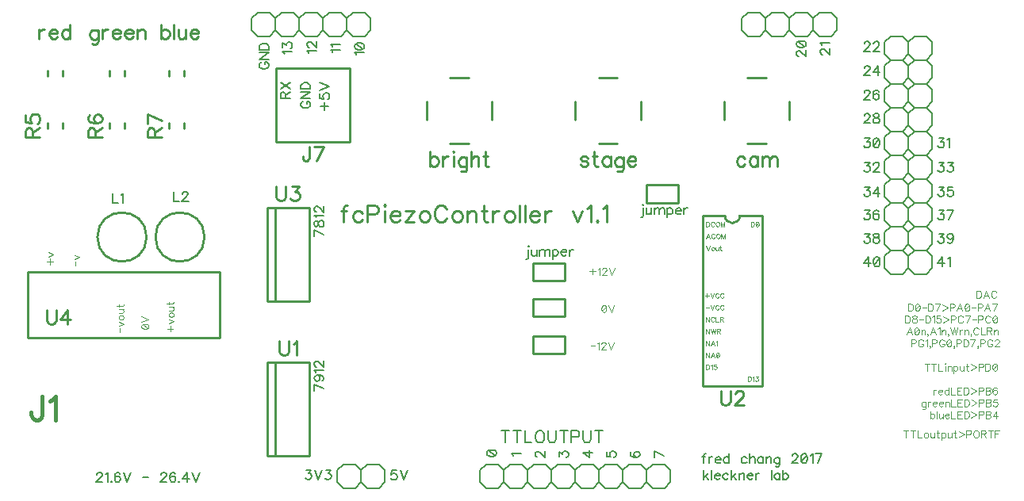
<source format=gbr>
G04 DipTrace 3.1.0.1*
G04 TopSilk.gbr*
%MOIN*%
G04 #@! TF.FileFunction,Legend,Top*
G04 #@! TF.Part,Single*
%ADD10C,0.009843*%
%ADD15C,0.007874*%
%ADD16C,0.01*%
%ADD74C,0.009264*%
%ADD75C,0.006176*%
%ADD76C,0.003088*%
%ADD77C,0.004632*%
%ADD78C,0.00772*%
%ADD79C,0.010807*%
%ADD80C,0.015439*%
%FSLAX26Y26*%
G04*
G70*
G90*
G75*
G01*
G04 TopSilk*
%LPD*%
X3278056Y1593686D2*
D10*
Y877188D1*
X3530023Y1593686D2*
Y877188D1*
X3278056D2*
X3530023D1*
X3278056Y1593686D2*
X3372532D1*
X3435546D2*
X3530023D1*
X3372532D2*
G03X3435546Y1593686I31507J53D01*
G01*
X3467141Y2173241D2*
X3545859D1*
X3644304Y2074796D2*
Y1996078D1*
X3545859Y1897633D2*
X3467141D1*
X3368696Y1996078D2*
Y2074796D1*
X2842141Y2173241D2*
X2920859D1*
X3019304Y2074796D2*
Y1996078D1*
X2920859Y1897633D2*
X2842141D1*
X2743696Y1996078D2*
Y2074796D1*
X2217141Y2173241D2*
X2295859D1*
X2394304Y2074796D2*
Y1996078D1*
X2295859Y1897633D2*
X2217141D1*
X2118696Y1996078D2*
Y2074796D1*
X1485978Y1903694D2*
Y2212749D1*
X1797001D1*
Y1903694D1*
X1485978D1*
X3176518Y1648035D2*
Y1722839D1*
X3042388Y1648035D2*
Y1722839D1*
Y1648035D2*
X3176518D1*
X3042388Y1722839D2*
X3176518D1*
X587965Y2178776D2*
Y2202335D1*
X525035Y2178776D2*
Y2202335D1*
X850465Y2178776D2*
Y2202335D1*
X787535Y2178776D2*
Y2202335D1*
X1100465Y2178776D2*
Y2202335D1*
X1037535Y2178776D2*
Y2202335D1*
X587965Y1960028D2*
Y1983587D1*
X525035Y1960028D2*
Y1983587D1*
X850465Y1960028D2*
Y1983587D1*
X787535Y1960028D2*
Y1983587D1*
X1100465Y1960028D2*
Y1983587D1*
X1037535Y1960028D2*
Y1983587D1*
X2699204Y1319098D2*
Y1393902D1*
X2565074Y1319098D2*
Y1393902D1*
Y1319098D2*
X2699204D1*
X2565074Y1393902D2*
X2699204D1*
Y1169098D2*
Y1243902D1*
X2565074Y1169098D2*
Y1243902D1*
Y1169098D2*
X2699204D1*
X2565074Y1243902D2*
X2699204D1*
Y1012848D2*
Y1087651D1*
X2565074Y1012848D2*
Y1087651D1*
Y1012848D2*
X2699204D1*
X2565074Y1087651D2*
X2699204D1*
X1447888Y584650D2*
X1625054D1*
Y978350D1*
X1447888D1*
Y584650D1*
X1483322D2*
Y978350D1*
X1447888Y1234650D2*
X1625054D1*
Y1628350D1*
X1447888D1*
Y1234650D1*
X1483322D2*
Y1628350D1*
X1409354Y2447543D2*
D15*
X1458961D1*
X1484157Y2422346D1*
Y2372346D1*
X1459354Y2347543D1*
X1409354D1*
X1384157Y2372740D1*
Y2422740D1*
X1408961Y2447543D1*
X1509354D2*
X1558961D1*
X1584157Y2422346D1*
Y2372346D1*
X1559354Y2347543D1*
X1509354D1*
X1484157Y2372740D1*
Y2422740D1*
X1508961Y2447543D1*
X1609354D2*
X1658961D1*
X1684157Y2422346D1*
Y2372346D1*
X1659354Y2347543D1*
X1609354D1*
X1584157Y2372740D1*
Y2422740D1*
X1608961Y2447543D1*
X1709354D2*
X1758961D1*
X1784157Y2422346D1*
Y2372346D1*
X1759354Y2347543D1*
X1709354D1*
X1684157Y2372740D1*
Y2422740D1*
X1708961Y2447543D1*
X1809354D2*
X1858961D1*
X1884157Y2422346D1*
Y2372346D1*
X1859354Y2347543D1*
X1809354D1*
X1784157Y2372740D1*
Y2422740D1*
X1808961Y2447543D1*
X2469542Y547543D2*
X2519148D1*
X2544345Y522346D1*
Y472346D1*
X2519542Y447543D1*
X2469542D1*
X2444345Y472740D1*
Y522740D1*
X2469148Y547543D1*
X2569542D2*
X2619148D1*
X2644345Y522346D1*
Y472346D1*
X2619542Y447543D1*
X2569542D1*
X2544345Y472740D1*
Y522740D1*
X2569148Y547543D1*
X2669542D2*
X2719148D1*
X2744345Y522346D1*
Y472346D1*
X2719542Y447543D1*
X2669542D1*
X2644345Y472740D1*
Y522740D1*
X2669148Y547543D1*
X2769542D2*
X2819148D1*
X2844345Y522346D1*
Y472346D1*
X2819542Y447543D1*
X2769542D1*
X2744345Y472740D1*
Y522740D1*
X2769148Y547543D1*
X2869542D2*
X2919148D1*
X2944345Y522346D1*
Y472346D1*
X2919542Y447543D1*
X2869542D1*
X2844345Y472740D1*
Y522740D1*
X2869148Y547543D1*
X2969542D2*
X3019148D1*
X3044345Y522346D1*
Y472346D1*
X3019542Y447543D1*
X2969542D1*
X2944345Y472740D1*
Y522740D1*
X2969148Y547543D1*
X3069542D2*
X3119148D1*
X3144345Y522346D1*
Y472346D1*
X3119542Y447543D1*
X3069542D1*
X3044345Y472740D1*
Y522740D1*
X3069148Y547543D1*
X3469098Y2447543D2*
X3518705D1*
X3543902Y2422346D1*
Y2372346D1*
X3519098Y2347543D1*
X3469098D1*
X3443902Y2372740D1*
Y2422740D1*
X3468705Y2447543D1*
X3569098D2*
X3618705D1*
X3643902Y2422346D1*
Y2372346D1*
X3619098Y2347543D1*
X3569098D1*
X3543902Y2372740D1*
Y2422740D1*
X3568705Y2447543D1*
X3669098D2*
X3718705D1*
X3743902Y2422346D1*
Y2372346D1*
X3719098Y2347543D1*
X3669098D1*
X3643902Y2372740D1*
Y2422740D1*
X3668705Y2447543D1*
X3769098D2*
X3818705D1*
X3843902Y2422346D1*
Y2372346D1*
X3819098Y2347543D1*
X3769098D1*
X3743902Y2372740D1*
Y2422740D1*
X3768705Y2447543D1*
X2369542Y547543D2*
X2419148D1*
X2444345Y522346D1*
Y472346D1*
X2419542Y447543D1*
X2369542D1*
X2344345Y472740D1*
Y522740D1*
X2369148Y547543D1*
X4169098Y2347543D2*
X4218705D1*
X4243902Y2322346D1*
Y2272346D1*
X4219098Y2247543D1*
X4169098D1*
X4143902Y2272740D1*
Y2322740D1*
X4168705Y2347543D1*
X4069098D2*
X4118705D1*
X4143902Y2322346D1*
Y2272346D1*
X4119098Y2247543D1*
X4069098D1*
X4043902Y2272740D1*
Y2322740D1*
X4068705Y2347543D1*
X4169098Y2247543D2*
X4218705D1*
X4243902Y2222346D1*
Y2172346D1*
X4219098Y2147543D1*
X4169098D1*
X4143902Y2172740D1*
Y2222740D1*
X4168705Y2247543D1*
X4069098D2*
X4118705D1*
X4143902Y2222346D1*
Y2172346D1*
X4119098Y2147543D1*
X4069098D1*
X4043902Y2172740D1*
Y2222740D1*
X4068705Y2247543D1*
X4169098Y2147543D2*
X4218705D1*
X4243902Y2122346D1*
Y2072346D1*
X4219098Y2047543D1*
X4169098D1*
X4143902Y2072740D1*
Y2122740D1*
X4168705Y2147543D1*
X4069098D2*
X4118705D1*
X4143902Y2122346D1*
Y2072346D1*
X4119098Y2047543D1*
X4069098D1*
X4043902Y2072740D1*
Y2122740D1*
X4068705Y2147543D1*
X4169098Y2047543D2*
X4218705D1*
X4243902Y2022346D1*
Y1972346D1*
X4219098Y1947543D1*
X4169098D1*
X4143902Y1972740D1*
Y2022740D1*
X4168705Y2047543D1*
X4069098D2*
X4118705D1*
X4143902Y2022346D1*
Y1972346D1*
X4119098Y1947543D1*
X4069098D1*
X4043902Y1972740D1*
Y2022740D1*
X4068705Y2047543D1*
X4169098Y1947543D2*
X4218705D1*
X4243902Y1922346D1*
Y1872346D1*
X4219098Y1847543D1*
X4169098D1*
X4143902Y1872740D1*
Y1922740D1*
X4168705Y1947543D1*
X4069098D2*
X4118705D1*
X4143902Y1922346D1*
Y1872346D1*
X4119098Y1847543D1*
X4069098D1*
X4043902Y1872740D1*
Y1922740D1*
X4068705Y1947543D1*
X4169098Y1847543D2*
X4218705D1*
X4243902Y1822346D1*
Y1772346D1*
X4219098Y1747543D1*
X4169098D1*
X4143902Y1772740D1*
Y1822740D1*
X4168705Y1847543D1*
X4069098D2*
X4118705D1*
X4143902Y1822346D1*
Y1772346D1*
X4119098Y1747543D1*
X4069098D1*
X4043902Y1772740D1*
Y1822740D1*
X4068705Y1847543D1*
X4169098Y1747543D2*
X4218705D1*
X4243902Y1722346D1*
Y1672346D1*
X4219098Y1647543D1*
X4169098D1*
X4143902Y1672740D1*
Y1722740D1*
X4168705Y1747543D1*
X4069098D2*
X4118705D1*
X4143902Y1722346D1*
Y1672346D1*
X4119098Y1647543D1*
X4069098D1*
X4043902Y1672740D1*
Y1722740D1*
X4068705Y1747543D1*
X4169098Y1647543D2*
X4218705D1*
X4243902Y1622346D1*
Y1572346D1*
X4219098Y1547543D1*
X4169098D1*
X4143902Y1572740D1*
Y1622740D1*
X4168705Y1647543D1*
X4069098D2*
X4118705D1*
X4143902Y1622346D1*
Y1572346D1*
X4119098Y1547543D1*
X4069098D1*
X4043902Y1572740D1*
Y1622740D1*
X4068705Y1647543D1*
X4169098Y1547543D2*
X4218705D1*
X4243902Y1522346D1*
Y1472346D1*
X4219098Y1447543D1*
X4169098D1*
X4143902Y1472740D1*
Y1522740D1*
X4168705Y1547543D1*
X4069098D2*
X4118705D1*
X4143902Y1522346D1*
Y1472346D1*
X4119098Y1447543D1*
X4069098D1*
X4043902Y1472740D1*
Y1522740D1*
X4068705Y1547543D1*
X4169098Y1447543D2*
X4218705D1*
X4243902Y1422346D1*
Y1372346D1*
X4219098Y1347543D1*
X4169098D1*
X4143902Y1372740D1*
Y1422740D1*
X4168705Y1447543D1*
X4069098D2*
X4118705D1*
X4143902Y1422346D1*
Y1372346D1*
X4119098Y1347543D1*
X4069098D1*
X4043902Y1372740D1*
Y1422740D1*
X4068705Y1447543D1*
X1769542Y547543D2*
X1819150D1*
X1844346Y522346D1*
Y472346D1*
X1819543Y447543D1*
X1769542D1*
X1744346Y472740D1*
Y522740D1*
X1769148Y547543D1*
X1869543D2*
X1919150D1*
X1944346Y522346D1*
Y472346D1*
X1919543Y447543D1*
X1869543D1*
X1844346Y472740D1*
Y522740D1*
X1869150Y547543D1*
X441686Y1356500D2*
D16*
X1247937D1*
Y1081500D1*
X441686D1*
Y1356500D1*
X979186Y1503375D2*
G02X979186Y1503375I103125J0D01*
G01*
X735437D2*
G02X735437Y1503375I103125J0D01*
G01*
X3354584Y856838D2*
D74*
Y813794D1*
X3357436Y805172D1*
X3363206Y799468D1*
X3371828Y796550D1*
X3377532D1*
X3386154Y799468D1*
X3391924Y805172D1*
X3394776Y813794D1*
Y856838D1*
X3416221Y842446D2*
Y845298D1*
X3419073Y851068D1*
X3421925Y853920D1*
X3427695Y856772D1*
X3439169D1*
X3444873Y853920D1*
X3447725Y851068D1*
X3450643Y845298D1*
Y839594D1*
X3447725Y833824D1*
X3442021Y825268D1*
X3413303Y796550D1*
X3453495D1*
X3456403Y1833219D2*
X3450633Y1838989D1*
X3444863Y1841841D1*
X3436307D1*
X3430537Y1838989D1*
X3424833Y1833219D1*
X3421915Y1824597D1*
Y1818893D1*
X3424833Y1810271D1*
X3430537Y1804567D1*
X3436307Y1801649D1*
X3444863D1*
X3450633Y1804567D1*
X3456403Y1810271D1*
X3509352Y1841841D2*
Y1801649D1*
Y1833219D2*
X3503648Y1838989D1*
X3497878Y1841841D1*
X3489322D1*
X3483552Y1838989D1*
X3477848Y1833219D1*
X3474930Y1824597D1*
Y1818893D1*
X3477848Y1810271D1*
X3483552Y1804567D1*
X3489322Y1801649D1*
X3497878D1*
X3503648Y1804567D1*
X3509352Y1810271D1*
X3527879Y1841841D2*
Y1801649D1*
Y1830367D2*
X3536501Y1838989D1*
X3542271Y1841841D1*
X3550827D1*
X3556597Y1838989D1*
X3559449Y1830367D1*
Y1801649D1*
Y1830367D2*
X3568071Y1838989D1*
X3573841Y1841841D1*
X3582397D1*
X3588167Y1838989D1*
X3591085Y1830367D1*
Y1801649D1*
X2797124Y1833219D2*
X2794272Y1838989D1*
X2785650Y1841841D1*
X2777028D1*
X2768406Y1838989D1*
X2765554Y1833219D1*
X2768406Y1827515D1*
X2774176Y1824597D1*
X2788502Y1821745D1*
X2794272Y1818893D1*
X2797124Y1813123D1*
Y1810271D1*
X2794272Y1804567D1*
X2785650Y1801649D1*
X2777028D1*
X2768406Y1804567D1*
X2765554Y1810271D1*
X2824273Y1861937D2*
Y1813123D1*
X2827125Y1804567D1*
X2832895Y1801649D1*
X2838599D1*
X2815651Y1841841D2*
X2835747D1*
X2891548D2*
Y1801649D1*
Y1833219D2*
X2885844Y1838989D1*
X2880074Y1841841D1*
X2871518D1*
X2865748Y1838989D1*
X2860044Y1833219D1*
X2857126Y1824597D1*
Y1818893D1*
X2860044Y1810271D1*
X2865748Y1804567D1*
X2871518Y1801649D1*
X2880074D1*
X2885844Y1804567D1*
X2891548Y1810271D1*
X2944497Y1838989D2*
Y1793027D1*
X2941645Y1784471D1*
X2938793Y1781553D1*
X2933023Y1778701D1*
X2924401D1*
X2918697Y1781553D1*
X2944497Y1830367D2*
X2938793Y1836071D1*
X2933023Y1838989D1*
X2924401D1*
X2918697Y1836071D1*
X2912927Y1830367D1*
X2910075Y1821745D1*
Y1815975D1*
X2912927Y1807419D1*
X2918697Y1801649D1*
X2924401Y1798797D1*
X2933023D1*
X2938793Y1801649D1*
X2944497Y1807419D1*
X2963024Y1824597D2*
X2997446D1*
Y1830367D1*
X2994594Y1836137D1*
X2991742Y1838989D1*
X2985972Y1841841D1*
X2977350D1*
X2971646Y1838989D1*
X2965876Y1833219D1*
X2963024Y1824597D1*
Y1818893D1*
X2965876Y1810271D1*
X2971646Y1804567D1*
X2977350Y1801649D1*
X2985972D1*
X2991742Y1804567D1*
X2997446Y1810271D1*
X2134109Y1861937D2*
Y1801649D1*
Y1833219D2*
X2139879Y1838989D1*
X2145583Y1841841D1*
X2154205D1*
X2159909Y1838989D1*
X2165679Y1833219D1*
X2168531Y1824597D1*
Y1818893D1*
X2165679Y1810271D1*
X2159909Y1804567D1*
X2154205Y1801649D1*
X2145583D1*
X2139879Y1804567D1*
X2134109Y1810271D1*
X2187058Y1841841D2*
Y1801649D1*
Y1824597D2*
X2189976Y1833219D1*
X2195680Y1838989D1*
X2201450Y1841841D1*
X2210072D1*
X2228600Y1861937D2*
X2231451Y1859085D1*
X2234370Y1861937D1*
X2231451Y1864855D1*
X2228600Y1861937D1*
X2231451Y1841841D2*
Y1801649D1*
X2287319Y1838989D2*
Y1793027D1*
X2284467Y1784471D1*
X2281615Y1781553D1*
X2275845Y1778701D1*
X2267223D1*
X2261519Y1781553D1*
X2287319Y1830367D2*
X2281615Y1836071D1*
X2275845Y1838989D1*
X2267223D1*
X2261519Y1836071D1*
X2255749Y1830367D1*
X2252897Y1821745D1*
Y1815975D1*
X2255749Y1807419D1*
X2261519Y1801649D1*
X2267223Y1798797D1*
X2275845D1*
X2281615Y1801649D1*
X2287319Y1807419D1*
X2305846Y1861937D2*
Y1801649D1*
Y1830367D2*
X2314468Y1838989D1*
X2320238Y1841841D1*
X2328860D1*
X2334564Y1838989D1*
X2337416Y1830367D1*
Y1801649D1*
X2364565Y1861937D2*
Y1813123D1*
X2367417Y1804567D1*
X2373187Y1801649D1*
X2378891D1*
X2355943Y1841841D2*
X2376039D1*
X1626489Y1883344D2*
Y1837448D1*
X1623637Y1828826D1*
X1620719Y1825974D1*
X1615015Y1823056D1*
X1609245D1*
X1603541Y1825974D1*
X1600689Y1828826D1*
X1597771Y1837448D1*
Y1843152D1*
X1656490Y1823056D2*
X1685208Y1883277D1*
X1645016D1*
X461917Y1922352D2*
Y1948151D1*
X458999Y1956773D1*
X456147Y1959692D1*
X450443Y1962544D1*
X444673D1*
X438969Y1959692D1*
X436051Y1956774D1*
X433199Y1948151D1*
Y1922352D1*
X493487D1*
X461917Y1942448D2*
X493487Y1962544D1*
X433266Y2015493D2*
Y1986841D1*
X459065Y1983989D1*
X456214Y1986841D1*
X453295Y1995463D1*
Y2004019D1*
X456214Y2012641D1*
X461917Y2018411D1*
X470539Y2021263D1*
X476243D1*
X484865Y2018411D1*
X490635Y2012641D1*
X493487Y2004019D1*
Y1995463D1*
X490635Y1986841D1*
X487717Y1983989D1*
X482013Y1981071D1*
X724417Y1923811D2*
Y1949611D1*
X721499Y1958233D1*
X718647Y1961151D1*
X712943Y1964003D1*
X707173D1*
X701469Y1961151D1*
X698551Y1958233D1*
X695699Y1949611D1*
Y1923811D1*
X755987D1*
X724417Y1943907D2*
X755987Y1964003D1*
X704321Y2016952D2*
X698618Y2014100D1*
X695766Y2005478D1*
Y1999774D1*
X698618Y1991152D1*
X707240Y1985382D1*
X721565Y1982530D1*
X735891D1*
X747365Y1985382D1*
X753135Y1991152D1*
X755987Y1999774D1*
Y2002626D1*
X753135Y2011181D1*
X747365Y2016952D1*
X738743Y2019804D1*
X735891D1*
X727269Y2016952D1*
X721565Y2011182D1*
X718714Y2002626D1*
Y1999774D1*
X721565Y1991152D1*
X727269Y1985382D1*
X735891Y1982530D1*
X974417Y1922352D2*
Y1948151D1*
X971499Y1956773D1*
X968647Y1959692D1*
X962943Y1962544D1*
X957173D1*
X951469Y1959692D1*
X948551Y1956774D1*
X945699Y1948151D1*
Y1922352D1*
X1005987D1*
X974417Y1942448D2*
X1005987Y1962544D1*
Y1992545D2*
X945766Y2021263D1*
Y1981071D1*
X1499915Y1066218D2*
Y1023174D1*
X1502767Y1014552D1*
X1508538Y1008848D1*
X1517160Y1005930D1*
X1522863D1*
X1531485Y1008848D1*
X1537256Y1014552D1*
X1540107Y1023174D1*
Y1066218D1*
X1558635Y1054678D2*
X1564405Y1057596D1*
X1573027Y1066152D1*
Y1005930D1*
X1487016Y1716218D2*
Y1673174D1*
X1489867Y1664552D1*
X1495638Y1658848D1*
X1504260Y1655930D1*
X1509963D1*
X1518586Y1658848D1*
X1524356Y1664552D1*
X1527208Y1673174D1*
Y1716218D1*
X1551505Y1716152D2*
X1583008D1*
X1565831Y1693204D1*
X1574453D1*
X1580157Y1690352D1*
X1583008Y1687500D1*
X1585927Y1678878D1*
Y1673174D1*
X1583008Y1664552D1*
X1577305Y1658782D1*
X1568683Y1655930D1*
X1560061D1*
X1551505Y1658782D1*
X1548653Y1661700D1*
X1545735Y1667404D1*
X1521700Y2273621D2*
D75*
X1519755Y2277468D1*
X1514051Y2283216D1*
X1554199D1*
X1514051Y2299414D2*
Y2320416D1*
X1529349Y2308964D1*
Y2314712D1*
X1531251Y2318515D1*
X1533152Y2320416D1*
X1538900Y2322362D1*
X1542703D1*
X1548451Y2320416D1*
X1552297Y2316614D1*
X1554199Y2310865D1*
Y2305117D1*
X1552297Y2299414D1*
X1550352Y2297512D1*
X1546549Y2295567D1*
X1624062Y2277558D2*
X1622117Y2281405D1*
X1616413Y2287153D1*
X1656561D1*
X1625964Y2301449D2*
X1624062D1*
X1620216Y2303351D1*
X1618314Y2305252D1*
X1616413Y2309099D1*
Y2316748D1*
X1618314Y2320551D1*
X1620216Y2322452D1*
X1624062Y2324397D1*
X1627865D1*
X1631712Y2322452D1*
X1637415Y2318649D1*
X1656561Y2299504D1*
Y2326299D1*
X1724062Y2281495D2*
X1722117Y2285342D1*
X1716413Y2291090D1*
X1756561D1*
X1724062Y2303441D2*
X1722117Y2307288D1*
X1716413Y2313036D1*
X1756561D1*
X1824062Y2269684D2*
X1822117Y2273531D1*
X1816413Y2279279D1*
X1856561D1*
X1816413Y2303126D2*
X1818314Y2297378D1*
X1824062Y2293531D1*
X1833613Y2291630D1*
X1839361D1*
X1848912Y2293531D1*
X1854660Y2297378D1*
X1856561Y2303126D1*
Y2306928D1*
X1854660Y2312676D1*
X1848912Y2316479D1*
X1839361Y2318425D1*
X1833613D1*
X1824062Y2316479D1*
X1818314Y2312677D1*
X1816413Y2306929D1*
Y2303126D1*
X1824062Y2316479D2*
X1848912Y2293531D1*
X1425132Y2239325D2*
X1421329Y2237423D1*
X1417483Y2233577D1*
X1415581Y2229774D1*
Y2222125D1*
X1417483Y2218278D1*
X1421329Y2214475D1*
X1425132Y2212530D1*
X1430880Y2210629D1*
X1440475D1*
X1446179Y2212530D1*
X1450025Y2214475D1*
X1453828Y2218278D1*
X1455773Y2222125D1*
Y2229774D1*
X1453828Y2233576D1*
X1450025Y2237423D1*
X1446179Y2239325D1*
X1440475D1*
Y2229774D1*
X1415581Y2278471D2*
X1455773D1*
X1415581Y2251676D1*
X1455773D1*
X1415581Y2290822D2*
X1455773D1*
Y2304219D1*
X1453828Y2309967D1*
X1450025Y2313814D1*
X1446179Y2315715D1*
X1440475Y2317617D1*
X1430880D1*
X1425132Y2315715D1*
X1421329Y2313814D1*
X1417483Y2309967D1*
X1415581Y2304219D1*
Y2290822D1*
X3682657Y2263755D2*
X3680755D1*
X3676908Y2265657D1*
X3675007Y2267558D1*
X3673106Y2271405D1*
Y2279054D1*
X3675007Y2282856D1*
X3676909Y2284758D1*
X3680755Y2286703D1*
X3684558D1*
X3688405Y2284758D1*
X3694108Y2280955D1*
X3713254Y2261810D1*
Y2288604D1*
X3673106Y2312452D2*
X3675007Y2306704D1*
X3680755Y2302857D1*
X3690306Y2300956D1*
X3696054D1*
X3705604Y2302857D1*
X3711352Y2306704D1*
X3713254Y2312452D1*
Y2316254D1*
X3711352Y2322002D1*
X3705604Y2325805D1*
X3696054Y2327750D1*
X3690306D1*
X3680755Y2325805D1*
X3675007Y2322002D1*
X3673106Y2316254D1*
Y2312452D1*
X3680755Y2325805D2*
X3705604Y2302857D1*
X3782657Y2271629D2*
X3780755D1*
X3776908Y2273531D1*
X3775007Y2275432D1*
X3773106Y2279279D1*
Y2286928D1*
X3775007Y2290730D1*
X3776909Y2292632D1*
X3780755Y2294577D1*
X3784558D1*
X3788405Y2292632D1*
X3794108Y2288829D1*
X3813254Y2269684D1*
Y2296478D1*
X3780755Y2308830D2*
X3778810Y2312677D1*
X3773106Y2318425D1*
X3813254D1*
X2372319Y592203D2*
X2374220Y586455D1*
X2379968Y582609D1*
X2389518Y580707D1*
X2395266D1*
X2404817Y582609D1*
X2410565Y586455D1*
X2412466Y592203D1*
Y596006D1*
X2410565Y601754D1*
X2404817Y605557D1*
X2395266Y607502D1*
X2389518D1*
X2379968Y605557D1*
X2374220Y601754D1*
X2372319Y596006D1*
Y592203D1*
X2379968Y605557D2*
X2404817Y582609D1*
X2482330Y584644D2*
X2480385Y588491D1*
X2474681Y594239D1*
X2514829D1*
X2584231Y578716D2*
X2582330D1*
X2578483Y580617D1*
X2576582Y582518D1*
X2574681Y586365D1*
Y594014D1*
X2576582Y597817D1*
X2578483Y599718D1*
X2582330Y601664D1*
X2586133D1*
X2589979Y599718D1*
X2595683Y595916D1*
X2614829Y576770D1*
Y603565D1*
X2674681Y580617D2*
Y601620D1*
X2689979Y590168D1*
Y595916D1*
X2691881Y599718D1*
X2693782Y601620D1*
X2699530Y603565D1*
X2703333D1*
X2709081Y601620D1*
X2712927Y597817D1*
X2714829Y592069D1*
Y586321D1*
X2712927Y580617D1*
X2710982Y578716D1*
X2707179Y576770D1*
X2814829Y595916D2*
X2774681D1*
X2801431Y576770D1*
Y605466D1*
X2874681Y599718D2*
Y580617D1*
X2891881Y578716D1*
X2889979Y580617D1*
X2888034Y586365D1*
Y592069D1*
X2889979Y597817D1*
X2893782Y601664D1*
X2899530Y603565D1*
X2903333D1*
X2909081Y601664D1*
X2912927Y597817D1*
X2914829Y592069D1*
Y586365D1*
X2912927Y580617D1*
X2910982Y578716D1*
X2907179Y576770D1*
X2980385Y599718D2*
X2976582Y597817D1*
X2974681Y592069D1*
Y588266D1*
X2976582Y582518D1*
X2982330Y578672D1*
X2991881Y576770D1*
X3001431D1*
X3009080Y578672D1*
X3012927Y582518D1*
X3014829Y588266D1*
Y590168D1*
X3012927Y595871D1*
X3009081Y599718D1*
X3003333Y601620D1*
X3001431D1*
X2995683Y599718D1*
X2991881Y595872D1*
X2989979Y590168D1*
Y588266D1*
X2991881Y582518D1*
X2995683Y578672D1*
X3001431Y576770D1*
X3114829Y584420D2*
X3074681Y603565D1*
Y576770D1*
X4271168Y1817242D2*
X4292171D1*
X4280719Y1801943D1*
X4286467D1*
X4290269Y1800042D1*
X4292171Y1798141D1*
X4294116Y1792393D1*
Y1788590D1*
X4292171Y1782842D1*
X4288368Y1778995D1*
X4282620Y1777094D1*
X4276872D1*
X4271168Y1778995D1*
X4269267Y1780941D1*
X4267321Y1784743D1*
X4310314Y1817242D2*
X4331317D1*
X4319865Y1801943D1*
X4325613D1*
X4329415Y1800042D1*
X4331317Y1798141D1*
X4333262Y1792393D1*
Y1788590D1*
X4331317Y1782842D1*
X4327514Y1778995D1*
X4321766Y1777094D1*
X4316018D1*
X4310314Y1778995D1*
X4308413Y1780941D1*
X4306468Y1784743D1*
X4271168Y1714880D2*
X4292171D1*
X4280719Y1699581D1*
X4286467D1*
X4290269Y1697680D1*
X4292171Y1695778D1*
X4294116Y1690030D1*
Y1686228D1*
X4292171Y1680480D1*
X4288368Y1676633D1*
X4282620Y1674732D1*
X4276872D1*
X4271168Y1676633D1*
X4269267Y1678579D1*
X4267321Y1682381D1*
X4329415Y1714880D2*
X4310314D1*
X4308413Y1697680D1*
X4310314Y1699581D1*
X4316062Y1701527D1*
X4321766D1*
X4327514Y1699581D1*
X4331361Y1695778D1*
X4333262Y1690030D1*
Y1686228D1*
X4331361Y1680480D1*
X4327514Y1676633D1*
X4321766Y1674732D1*
X4316062D1*
X4310314Y1676633D1*
X4308413Y1678579D1*
X4306468Y1682381D1*
X4271168Y1616454D2*
X4292171D1*
X4280719Y1601156D1*
X4286467D1*
X4290269Y1599255D1*
X4292171Y1597353D1*
X4294116Y1591605D1*
Y1587803D1*
X4292171Y1582055D1*
X4288368Y1578208D1*
X4282620Y1576307D1*
X4276872D1*
X4271168Y1578208D1*
X4269267Y1580153D1*
X4267321Y1583956D1*
X4314117Y1576307D2*
X4333262Y1616454D1*
X4306468D1*
X4271168Y1518029D2*
X4292171D1*
X4280719Y1502731D1*
X4286467D1*
X4290269Y1500829D1*
X4292171Y1498928D1*
X4294116Y1493180D1*
Y1489378D1*
X4292171Y1483629D1*
X4288368Y1479783D1*
X4282620Y1477881D1*
X4276872D1*
X4271168Y1479783D1*
X4269267Y1481728D1*
X4267321Y1485531D1*
X4331361Y1504676D2*
X4329415Y1498928D1*
X4325613Y1495081D1*
X4319865Y1493180D1*
X4317964D1*
X4312216Y1495081D1*
X4308413Y1498928D1*
X4306468Y1504676D1*
Y1506577D1*
X4308413Y1512325D1*
X4312216Y1516128D1*
X4317964Y1518029D1*
X4319865D1*
X4325613Y1516128D1*
X4329415Y1512325D1*
X4331361Y1504676D1*
Y1495081D1*
X4329415Y1485531D1*
X4325613Y1479783D1*
X4319865Y1477881D1*
X4316062D1*
X4310314Y1479783D1*
X4308413Y1483629D1*
X4286467Y1379456D2*
Y1419604D1*
X4267321Y1392854D1*
X4296017D1*
X4308369Y1411955D2*
X4312216Y1413900D1*
X4317964Y1419604D1*
Y1379456D1*
X3960145Y1817242D2*
X3981147D1*
X3969695Y1801943D1*
X3975443D1*
X3979246Y1800042D1*
X3981147Y1798141D1*
X3983092Y1792393D1*
Y1788590D1*
X3981147Y1782842D1*
X3977344Y1778995D1*
X3971596Y1777094D1*
X3965848D1*
X3960145Y1778995D1*
X3958243Y1780941D1*
X3956298Y1784743D1*
X3997389Y1807691D2*
Y1809593D1*
X3999291Y1813439D1*
X4001192Y1815341D1*
X4005039Y1817242D1*
X4012688D1*
X4016491Y1815341D1*
X4018392Y1813439D1*
X4020337Y1809593D1*
Y1805790D1*
X4018392Y1801943D1*
X4014589Y1796239D1*
X3995444Y1777094D1*
X4022239D1*
X3960145Y1714880D2*
X3981147D1*
X3969695Y1699581D1*
X3975443D1*
X3979246Y1697680D1*
X3981147Y1695778D1*
X3983092Y1690030D1*
Y1686228D1*
X3981147Y1680480D1*
X3977344Y1676633D1*
X3971596Y1674732D1*
X3965848D1*
X3960145Y1676633D1*
X3958243Y1678579D1*
X3956298Y1682381D1*
X4014589Y1674732D2*
Y1714880D1*
X3995444Y1688129D1*
X4024140D1*
X3960145Y1616454D2*
X3981147D1*
X3969695Y1601156D1*
X3975443D1*
X3979246Y1599255D1*
X3981147Y1597353D1*
X3983092Y1591605D1*
Y1587803D1*
X3981147Y1582055D1*
X3977344Y1578208D1*
X3971596Y1576307D1*
X3965848D1*
X3960145Y1578208D1*
X3958243Y1580153D1*
X3956298Y1583956D1*
X4018392Y1610751D2*
X4016491Y1614553D1*
X4010742Y1616454D1*
X4006940D1*
X4001192Y1614553D1*
X3997345Y1608805D1*
X3995444Y1599255D1*
Y1589704D1*
X3997345Y1582055D1*
X4001192Y1578208D1*
X4006940Y1576307D1*
X4008841D1*
X4014545Y1578208D1*
X4018392Y1582055D1*
X4020293Y1587803D1*
Y1589704D1*
X4018392Y1595452D1*
X4014545Y1599255D1*
X4008841Y1601156D1*
X4006940D1*
X4001192Y1599255D1*
X3997345Y1595452D1*
X3995444Y1589704D1*
X3960145Y1518029D2*
X3981147D1*
X3969695Y1502731D1*
X3975443D1*
X3979246Y1500829D1*
X3981147Y1498928D1*
X3983092Y1493180D1*
Y1489378D1*
X3981147Y1483629D1*
X3977344Y1479783D1*
X3971596Y1477881D1*
X3965848D1*
X3960145Y1479783D1*
X3958243Y1481728D1*
X3956298Y1485531D1*
X4004994Y1518029D2*
X3999291Y1516128D1*
X3997345Y1512325D1*
Y1508479D1*
X3999291Y1504676D1*
X4003093Y1502731D1*
X4010742Y1500829D1*
X4016491Y1498928D1*
X4020293Y1495081D1*
X4022194Y1491279D1*
Y1485531D1*
X4020293Y1481728D1*
X4018392Y1479783D1*
X4012644Y1477881D1*
X4004994D1*
X3999291Y1479783D1*
X3997345Y1481728D1*
X3995444Y1485531D1*
Y1491279D1*
X3997345Y1495081D1*
X4001192Y1498928D1*
X4006896Y1500829D1*
X4014545Y1502731D1*
X4018392Y1504676D1*
X4020293Y1508479D1*
Y1512325D1*
X4018392Y1516128D1*
X4012644Y1518029D1*
X4004994D1*
X3975443Y1379456D2*
Y1419604D1*
X3956298Y1392854D1*
X3984994D1*
X4008841Y1419604D2*
X4003093Y1417703D1*
X3999246Y1411955D1*
X3997345Y1402404D1*
Y1396656D1*
X3999246Y1387106D1*
X4003093Y1381358D1*
X4008841Y1379456D1*
X4012644D1*
X4018392Y1381358D1*
X4022194Y1387106D1*
X4024140Y1396656D1*
Y1402404D1*
X4022194Y1411955D1*
X4018392Y1417703D1*
X4012644Y1419604D1*
X4008841D1*
X4022194Y1411955D2*
X3999246Y1387106D1*
X3960145Y1919604D2*
X3981147D1*
X3969695Y1904305D1*
X3975443D1*
X3979246Y1902404D1*
X3981147Y1900503D1*
X3983092Y1894755D1*
Y1890952D1*
X3981147Y1885204D1*
X3977344Y1881358D1*
X3971596Y1879456D1*
X3965848D1*
X3960145Y1881358D1*
X3958243Y1883303D1*
X3956298Y1887106D1*
X4006940Y1919604D2*
X4001192Y1917703D1*
X3997345Y1911955D1*
X3995444Y1902404D1*
Y1896656D1*
X3997345Y1887106D1*
X4001192Y1881358D1*
X4006940Y1879456D1*
X4010742D1*
X4016491Y1881358D1*
X4020293Y1887106D1*
X4022239Y1896656D1*
Y1902404D1*
X4020293Y1911955D1*
X4016491Y1917703D1*
X4010742Y1919604D1*
X4006940D1*
X4020293Y1911955D2*
X3997345Y1887106D1*
X3958243Y2213203D2*
Y2215104D1*
X3960145Y2218951D1*
X3962046Y2220852D1*
X3965893Y2222754D1*
X3973542D1*
X3977344Y2220852D1*
X3979246Y2218951D1*
X3981191Y2215104D1*
Y2211302D1*
X3979246Y2207455D1*
X3975443Y2201751D1*
X3956298Y2182606D1*
X3983092D1*
X4014589D2*
Y2222754D1*
X3995444Y2196003D1*
X4024140D1*
X3958243Y2110841D2*
Y2112742D1*
X3960145Y2116589D1*
X3962046Y2118490D1*
X3965893Y2120391D1*
X3973542D1*
X3977344Y2118490D1*
X3979246Y2116589D1*
X3981191Y2112742D1*
Y2108940D1*
X3979246Y2105093D1*
X3975443Y2099389D1*
X3956298Y2080244D1*
X3983092D1*
X4018392Y2114688D2*
X4016491Y2118490D1*
X4010742Y2120391D1*
X4006940D1*
X4001192Y2118490D1*
X3997345Y2112742D1*
X3995444Y2103192D1*
Y2093641D1*
X3997345Y2085992D1*
X4001192Y2082145D1*
X4006940Y2080244D1*
X4008841D1*
X4014545Y2082145D1*
X4018392Y2085992D1*
X4020293Y2091740D1*
Y2093641D1*
X4018392Y2099389D1*
X4014545Y2103192D1*
X4008841Y2105093D1*
X4006940D1*
X4001192Y2103192D1*
X3997345Y2099389D1*
X3995444Y2093641D1*
X3958243Y2012416D2*
Y2014317D1*
X3960145Y2018164D1*
X3962046Y2020065D1*
X3965893Y2021966D1*
X3973542D1*
X3977344Y2020065D1*
X3979246Y2018164D1*
X3981191Y2014317D1*
Y2010514D1*
X3979246Y2006668D1*
X3975443Y2000964D1*
X3956298Y1981818D1*
X3983092D1*
X4004994Y2021966D2*
X3999291Y2020065D1*
X3997345Y2016262D1*
Y2012416D1*
X3999291Y2008613D1*
X4003093Y2006668D1*
X4010742Y2004766D1*
X4016491Y2002865D1*
X4020293Y1999018D1*
X4022194Y1995216D1*
Y1989468D1*
X4020293Y1985665D1*
X4018392Y1983720D1*
X4012644Y1981818D1*
X4004994D1*
X3999291Y1983720D1*
X3997345Y1985665D1*
X3995444Y1989468D1*
Y1995216D1*
X3997345Y1999018D1*
X4001192Y2002865D1*
X4006896Y2004766D1*
X4014545Y2006668D1*
X4018392Y2008613D1*
X4020293Y2012416D1*
Y2016262D1*
X4018392Y2020065D1*
X4012644Y2021966D1*
X4004994D1*
X3958243Y2315565D2*
Y2317467D1*
X3960145Y2321313D1*
X3962046Y2323215D1*
X3965893Y2325116D1*
X3973542D1*
X3977344Y2323215D1*
X3979246Y2321313D1*
X3981191Y2317467D1*
Y2313664D1*
X3979246Y2309817D1*
X3975443Y2304113D1*
X3956298Y2284968D1*
X3983092D1*
X3997389Y2315565D2*
Y2317467D1*
X3999291Y2321313D1*
X4001192Y2323215D1*
X4005039Y2325116D1*
X4012688D1*
X4016491Y2323215D1*
X4018392Y2321313D1*
X4020337Y2317467D1*
Y2313664D1*
X4018392Y2309817D1*
X4014589Y2304113D1*
X3995444Y2284968D1*
X4022239D1*
X4271168Y1919604D2*
X4292171D1*
X4280719Y1904305D1*
X4286467D1*
X4290269Y1902404D1*
X4292171Y1900503D1*
X4294116Y1894755D1*
Y1890952D1*
X4292171Y1885204D1*
X4288368Y1881358D1*
X4282620Y1879456D1*
X4276872D1*
X4271168Y1881358D1*
X4269267Y1883303D1*
X4267321Y1887106D1*
X4306468Y1911955D2*
X4310314Y1913900D1*
X4316062Y1919604D1*
Y1879456D1*
X732645Y503616D2*
Y505518D1*
X734546Y509365D1*
X736447Y511266D1*
X740294Y513167D1*
X747943D1*
X751746Y511266D1*
X753647Y509365D1*
X755593Y505518D1*
Y501715D1*
X753647Y497868D1*
X749845Y492165D1*
X730699Y473019D1*
X757494D1*
X769845Y505518D2*
X773692Y507463D1*
X779440Y513167D1*
Y473019D1*
X793693Y476866D2*
X791792Y474921D1*
X793693Y473019D1*
X795638Y474921D1*
X793693Y476866D1*
X830938Y507463D2*
X829036Y511266D1*
X823288Y513167D1*
X819486D1*
X813738Y511266D1*
X809891Y505518D1*
X807990Y495967D1*
Y486417D1*
X809891Y478767D1*
X813738Y474921D1*
X819486Y473019D1*
X821387D1*
X827091Y474921D1*
X830938Y478767D1*
X832839Y484515D1*
Y486417D1*
X830938Y492165D1*
X827091Y495967D1*
X821387Y497868D1*
X819486D1*
X813738Y495967D1*
X809891Y492165D1*
X807990Y486417D1*
X845190Y513211D2*
X860489Y473019D1*
X875788Y513211D1*
X927020Y493093D2*
X949128D1*
X1002305Y503616D2*
Y505518D1*
X1004207Y509365D1*
X1006108Y511266D1*
X1009955Y513167D1*
X1017604D1*
X1021406Y511266D1*
X1023308Y509365D1*
X1025253Y505518D1*
Y501715D1*
X1023308Y497868D1*
X1019505Y492165D1*
X1000360Y473019D1*
X1027154D1*
X1062454Y507463D2*
X1060552Y511266D1*
X1054804Y513167D1*
X1051002D1*
X1045254Y511266D1*
X1041407Y505518D1*
X1039506Y495967D1*
Y486417D1*
X1041407Y478767D1*
X1045254Y474921D1*
X1051002Y473019D1*
X1052903D1*
X1058607Y474921D1*
X1062454Y478767D1*
X1064355Y484515D1*
Y486417D1*
X1062454Y492165D1*
X1058607Y495967D1*
X1052903Y497868D1*
X1051002D1*
X1045254Y495967D1*
X1041407Y492165D1*
X1039506Y486417D1*
X1078608Y476866D2*
X1076706Y474921D1*
X1078608Y473019D1*
X1080553Y474921D1*
X1078608Y476866D1*
X1112050Y473019D2*
Y513167D1*
X1092905Y486417D1*
X1121601D1*
X1133952Y513211D2*
X1149251Y473019D1*
X1164549Y513211D1*
X3481501Y1567697D2*
D76*
Y1547601D1*
X3488199D1*
X3491073Y1548574D1*
X3492997Y1550475D1*
X3493947Y1552398D1*
X3494898Y1555250D1*
Y1560048D1*
X3493947Y1562922D1*
X3492997Y1564823D1*
X3491073Y1566746D1*
X3488199Y1567697D1*
X3481501D1*
X3506822Y1567675D2*
X3503948Y1566724D1*
X3502024Y1563850D1*
X3501074Y1559075D1*
Y1556201D1*
X3502024Y1551425D1*
X3503948Y1548551D1*
X3506822Y1547601D1*
X3508723D1*
X3511597Y1548551D1*
X3513498Y1551425D1*
X3514471Y1556201D1*
Y1559075D1*
X3513498Y1563850D1*
X3511597Y1566724D1*
X3508723Y1567675D1*
X3506822D1*
X3513498Y1563850D2*
X3502024Y1551425D1*
X3469001Y917697D2*
Y897601D1*
X3475699D1*
X3478573Y898574D1*
X3480497Y900475D1*
X3481447Y902398D1*
X3482398Y905250D1*
Y910048D1*
X3481447Y912922D1*
X3480497Y914823D1*
X3478573Y916746D1*
X3475699Y917697D1*
X3469001D1*
X3488574Y913850D2*
X3490497Y914823D1*
X3493371Y917675D1*
Y897601D1*
X3501470Y917675D2*
X3511971D1*
X3506245Y910025D1*
X3509119D1*
X3511021Y909075D1*
X3511971Y908124D1*
X3512944Y905250D1*
Y903349D1*
X3511971Y900475D1*
X3510070Y898551D1*
X3507196Y897601D1*
X3504322D1*
X3501470Y898551D1*
X3500519Y899524D1*
X3499547Y901425D1*
X3294001Y967697D2*
Y947601D1*
X3300699D1*
X3303573Y948574D1*
X3305497Y950475D1*
X3306447Y952398D1*
X3307398Y955250D1*
Y960048D1*
X3306447Y962922D1*
X3305497Y964823D1*
X3303573Y966746D1*
X3300699Y967697D1*
X3294001D1*
X3313574Y963850D2*
X3315497Y964823D1*
X3318371Y967675D1*
Y947601D1*
X3336021Y967675D2*
X3326470D1*
X3325519Y959075D1*
X3326470Y960025D1*
X3329344Y960998D1*
X3332196D1*
X3335070Y960025D1*
X3336993Y958124D1*
X3337944Y955250D1*
Y953349D1*
X3336993Y950475D1*
X3335070Y948551D1*
X3332196Y947601D1*
X3329344D1*
X3326470Y948551D1*
X3325519Y949524D1*
X3324547Y951425D1*
X3307398Y1017697D2*
Y997601D1*
X3294001Y1017697D1*
Y997601D1*
X3328894D2*
X3321223Y1017697D1*
X3313574Y997601D1*
X3316448Y1004300D2*
X3326020D1*
X3340818Y1017675D2*
X3337944Y1016724D1*
X3336021Y1013850D1*
X3335070Y1009075D1*
Y1006201D1*
X3336021Y1001425D1*
X3337944Y998551D1*
X3340818Y997601D1*
X3342719D1*
X3345593Y998551D1*
X3347495Y1001425D1*
X3348467Y1006201D1*
Y1009075D1*
X3347495Y1013850D1*
X3345593Y1016724D1*
X3342719Y1017675D1*
X3340818D1*
X3347495Y1013850D2*
X3336021Y1001425D1*
X3307398Y1067697D2*
Y1047601D1*
X3294001Y1067697D1*
Y1047601D1*
X3328894D2*
X3321223Y1067697D1*
X3313574Y1047601D1*
X3316448Y1054300D2*
X3326020D1*
X3335070Y1063850D2*
X3336993Y1064823D1*
X3339867Y1067675D1*
Y1047601D1*
X3307398Y1117697D2*
Y1097601D1*
X3294001Y1117697D1*
Y1097601D1*
X3313574Y1117697D2*
X3318371Y1097601D1*
X3323146Y1117697D1*
X3327922Y1097601D1*
X3332719Y1117697D1*
X3338895Y1108124D2*
X3347495D1*
X3350369Y1109097D1*
X3351341Y1110048D1*
X3352292Y1111949D1*
Y1113872D1*
X3351341Y1115773D1*
X3350369Y1116746D1*
X3347495Y1117697D1*
X3338895D1*
Y1097601D1*
X3345593Y1108124D2*
X3352292Y1097601D1*
X3307398Y1167697D2*
Y1147601D1*
X3294001Y1167697D1*
Y1147601D1*
X3327922Y1162922D2*
X3326971Y1164823D1*
X3325048Y1166746D1*
X3323146Y1167697D1*
X3319322D1*
X3317398Y1166746D1*
X3315497Y1164823D1*
X3314524Y1162922D1*
X3313574Y1160048D1*
Y1155250D1*
X3314524Y1152398D1*
X3315497Y1150475D1*
X3317398Y1148574D1*
X3319322Y1147601D1*
X3323146D1*
X3325048Y1148574D1*
X3326971Y1150475D1*
X3327922Y1152398D1*
X3334097Y1167697D2*
Y1147601D1*
X3345571D1*
X3351747Y1158124D2*
X3360347D1*
X3363221Y1159097D1*
X3364194Y1160048D1*
X3365144Y1161949D1*
Y1163872D1*
X3364194Y1165773D1*
X3363221Y1166746D1*
X3360347Y1167697D1*
X3351747D1*
Y1147601D1*
X3358446Y1158124D2*
X3365144Y1147601D1*
X3294001Y1207638D2*
X3305055D1*
X3311230Y1217697D2*
X3318880Y1197601D1*
X3326529Y1217697D1*
X3347052Y1212922D2*
X3346102Y1214823D1*
X3344178Y1216746D1*
X3342277Y1217697D1*
X3338453D1*
X3336529Y1216746D1*
X3334628Y1214823D1*
X3333655Y1212922D1*
X3332705Y1210048D1*
Y1205250D1*
X3333655Y1202398D1*
X3334628Y1200475D1*
X3336529Y1198574D1*
X3338453Y1197601D1*
X3342277D1*
X3344178Y1198574D1*
X3346102Y1200475D1*
X3347052Y1202398D1*
X3367576Y1212922D2*
X3366626Y1214823D1*
X3364702Y1216746D1*
X3362801Y1217697D1*
X3358976D1*
X3357053Y1216746D1*
X3355152Y1214823D1*
X3354179Y1212922D1*
X3353228Y1210048D1*
Y1205250D1*
X3354179Y1202398D1*
X3355152Y1200475D1*
X3357053Y1198574D1*
X3358976Y1197601D1*
X3362801D1*
X3364702Y1198574D1*
X3366626Y1200475D1*
X3367576Y1202398D1*
X3296351Y1266249D2*
Y1249027D1*
X3287751Y1257627D2*
X3304973D1*
X3311149Y1267697D2*
X3318798Y1247601D1*
X3326448Y1267697D1*
X3346971Y1262922D2*
X3346021Y1264823D1*
X3344097Y1266746D1*
X3342196Y1267697D1*
X3338371D1*
X3336448Y1266746D1*
X3334547Y1264823D1*
X3333574Y1262922D1*
X3332623Y1260048D1*
Y1255250D1*
X3333574Y1252398D1*
X3334547Y1250475D1*
X3336448Y1248574D1*
X3338371Y1247601D1*
X3342196D1*
X3344097Y1248574D1*
X3346021Y1250475D1*
X3346971Y1252398D1*
X3367495Y1262922D2*
X3366544Y1264823D1*
X3364621Y1266746D1*
X3362720Y1267697D1*
X3358895D1*
X3356972Y1266746D1*
X3355070Y1264823D1*
X3354098Y1262922D1*
X3353147Y1260048D1*
Y1255250D1*
X3354098Y1252398D1*
X3355070Y1250475D1*
X3356972Y1248574D1*
X3358895Y1247601D1*
X3362720D1*
X3364621Y1248574D1*
X3366544Y1250475D1*
X3367495Y1252398D1*
X3294001Y1467697D2*
X3301650Y1447601D1*
X3309299Y1467697D1*
X3320250Y1460998D2*
X3318349Y1460048D1*
X3316426Y1458124D1*
X3315475Y1455250D1*
Y1453349D1*
X3316426Y1450475D1*
X3318349Y1448574D1*
X3320250Y1447601D1*
X3323124D1*
X3325048Y1448574D1*
X3326949Y1450475D1*
X3327922Y1453349D1*
Y1455250D1*
X3326949Y1458124D1*
X3325048Y1460048D1*
X3323124Y1460998D1*
X3320250D1*
X3334097D2*
Y1451425D1*
X3335048Y1448574D1*
X3336971Y1447601D1*
X3339845D1*
X3341747Y1448574D1*
X3344621Y1451425D1*
Y1460998D2*
Y1447601D1*
X3353670Y1467697D2*
Y1451425D1*
X3354621Y1448574D1*
X3356544Y1447601D1*
X3358446D1*
X3350796Y1460998D2*
X3357495D1*
X3309321Y1497601D2*
X3301650Y1517697D1*
X3294001Y1497601D1*
X3296875Y1504300D2*
X3306447D1*
X3329845Y1512922D2*
X3328894Y1514823D1*
X3326971Y1516746D1*
X3325070Y1517697D1*
X3321245D1*
X3319322Y1516746D1*
X3317420Y1514823D1*
X3316448Y1512922D1*
X3315497Y1510048D1*
Y1505250D1*
X3316448Y1502398D1*
X3317420Y1500475D1*
X3319322Y1498574D1*
X3321245Y1497601D1*
X3325070D1*
X3326971Y1498574D1*
X3328894Y1500475D1*
X3329845Y1502398D1*
X3341769Y1517697D2*
X3339845Y1516746D1*
X3337944Y1514823D1*
X3336971Y1512922D1*
X3336021Y1510048D1*
Y1505250D1*
X3336971Y1502398D1*
X3337944Y1500475D1*
X3339845Y1498574D1*
X3341769Y1497601D1*
X3345593D1*
X3347495Y1498574D1*
X3349418Y1500475D1*
X3350369Y1502398D1*
X3351319Y1505250D1*
Y1510048D1*
X3350369Y1512922D1*
X3349418Y1514823D1*
X3347495Y1516746D1*
X3345593Y1517697D1*
X3341769D1*
X3372794Y1497601D2*
Y1517697D1*
X3365144Y1497601D1*
X3357495Y1517697D1*
Y1497601D1*
X3294001Y1567697D2*
Y1547601D1*
X3300699D1*
X3303573Y1548574D1*
X3305497Y1550475D1*
X3306447Y1552398D1*
X3307398Y1555250D1*
Y1560048D1*
X3306447Y1562922D1*
X3305497Y1564823D1*
X3303573Y1566746D1*
X3300699Y1567697D1*
X3294001D1*
X3327922Y1562922D2*
X3326971Y1564823D1*
X3325048Y1566746D1*
X3323146Y1567697D1*
X3319322D1*
X3317398Y1566746D1*
X3315497Y1564823D1*
X3314524Y1562922D1*
X3313574Y1560048D1*
Y1555250D1*
X3314524Y1552398D1*
X3315497Y1550475D1*
X3317398Y1548574D1*
X3319322Y1547601D1*
X3323146D1*
X3325048Y1548574D1*
X3326971Y1550475D1*
X3327922Y1552398D1*
X3339845Y1567697D2*
X3337922Y1566746D1*
X3336021Y1564823D1*
X3335048Y1562922D1*
X3334097Y1560048D1*
Y1555250D1*
X3335048Y1552398D1*
X3336021Y1550475D1*
X3337922Y1548574D1*
X3339845Y1547601D1*
X3343670D1*
X3345571Y1548574D1*
X3347495Y1550475D1*
X3348445Y1552398D1*
X3349396Y1555250D1*
Y1560048D1*
X3348445Y1562922D1*
X3347495Y1564823D1*
X3345571Y1566746D1*
X3343670Y1567697D1*
X3339845D1*
X3370870Y1547601D2*
Y1567697D1*
X3363221Y1547601D1*
X3355572Y1567697D1*
Y1547601D1*
X2862807Y1217360D2*
D77*
X2858496Y1215934D1*
X2855611Y1211623D1*
X2854185Y1204460D1*
Y1200149D1*
X2855611Y1192986D1*
X2858496Y1188675D1*
X2862807Y1187249D1*
X2865659D1*
X2869970Y1188675D1*
X2872822Y1192986D1*
X2874281Y1200149D1*
Y1204460D1*
X2872822Y1211623D1*
X2869970Y1215934D1*
X2865659Y1217360D1*
X2862807D1*
X2872822Y1211623D2*
X2855611Y1192986D1*
X2883544Y1217393D2*
X2895018Y1187249D1*
X2906492Y1217393D1*
X2810434Y1046055D2*
X2827015D1*
X2836278Y1055374D2*
X2839163Y1056833D1*
X2843474Y1061111D1*
Y1031000D1*
X2854197Y1053948D2*
Y1055374D1*
X2855623Y1058259D1*
X2857049Y1059685D1*
X2859934Y1061111D1*
X2865671D1*
X2868523Y1059685D1*
X2869949Y1058259D1*
X2871408Y1055374D1*
Y1052522D1*
X2869949Y1049637D1*
X2867097Y1045359D1*
X2852738Y1031000D1*
X2872834D1*
X2882098Y1061144D2*
X2893572Y1031000D1*
X2905046Y1061144D1*
X2817085Y1371470D2*
Y1345637D1*
X2804185Y1358537D2*
X2830018D1*
X2839281Y1367872D2*
X2842166Y1369331D1*
X2846477Y1373609D1*
Y1343498D1*
X2857200Y1366446D2*
Y1367872D1*
X2858626Y1370757D1*
X2860052Y1372183D1*
X2862937Y1373609D1*
X2868674D1*
X2871526Y1372183D1*
X2872952Y1370757D1*
X2874411Y1367872D1*
Y1365020D1*
X2872952Y1362135D1*
X2870100Y1357857D1*
X2855741Y1343498D1*
X2875837D1*
X2885100Y1373642D2*
X2896574Y1343498D1*
X2908048Y1373642D1*
X2450578Y688738D2*
D78*
Y638498D1*
X2433831Y688738D2*
X2467324D1*
X2499510D2*
Y638498D1*
X2482764Y688738D2*
X2516257D1*
X2531696D2*
Y638498D1*
X2560381D1*
X2590190Y688738D2*
X2585382Y686362D1*
X2580629Y681553D1*
X2578197Y676800D1*
X2575820Y669615D1*
Y657621D1*
X2578197Y650492D1*
X2580629Y645683D1*
X2585382Y640930D1*
X2590190Y638498D1*
X2599752D1*
X2604505Y640930D1*
X2609314Y645683D1*
X2611690Y650492D1*
X2614067Y657621D1*
Y669615D1*
X2611690Y676800D1*
X2609314Y681553D1*
X2604505Y686362D1*
X2599752Y688738D1*
X2590190D1*
X2629506D2*
Y652868D1*
X2631883Y645683D1*
X2636691Y640930D1*
X2643876Y638498D1*
X2648629D1*
X2655814Y640930D1*
X2660623Y645683D1*
X2662999Y652868D1*
Y688738D1*
X2695185D2*
Y638498D1*
X2678439Y688738D2*
X2711932D1*
X2727371Y662430D2*
X2748926D1*
X2756056Y664806D1*
X2758488Y667238D1*
X2760865Y671991D1*
Y679177D1*
X2758488Y683930D1*
X2756056Y686362D1*
X2748926Y688738D1*
X2727371D1*
Y638498D1*
X2776304Y688738D2*
Y652868D1*
X2778680Y645683D1*
X2783489Y640930D1*
X2790674Y638498D1*
X2795427D1*
X2802612Y640930D1*
X2807421Y645683D1*
X2809797Y652868D1*
Y688738D1*
X2841983D2*
Y638498D1*
X2825236Y688738D2*
X2858730D1*
X1524416Y2086008D2*
D75*
Y2103208D1*
X1522470Y2108956D1*
X1520569Y2110901D1*
X1516766Y2112803D1*
X1512920D1*
X1509117Y2110901D1*
X1507172Y2108956D1*
X1505270Y2103208D1*
Y2086008D1*
X1545462D1*
X1524416Y2099405D2*
X1545462Y2112802D1*
X1505270Y2125154D2*
X1545462Y2151949D1*
X1505270D2*
X1545462Y2125154D1*
X1599433Y2073839D2*
X1595630Y2071938D1*
X1591783Y2068091D1*
X1589882Y2064288D1*
Y2056639D1*
X1591783Y2052792D1*
X1595630Y2048990D1*
X1599432Y2047044D1*
X1605181Y2045143D1*
X1614775D1*
X1620479Y2047044D1*
X1624326Y2048990D1*
X1628128Y2052792D1*
X1630074Y2056639D1*
Y2064288D1*
X1628128Y2068091D1*
X1624326Y2071938D1*
X1620479Y2073839D1*
X1614775D1*
Y2064288D1*
X1589882Y2112985D2*
X1630074D1*
X1589882Y2086190D1*
X1630074D1*
X1589882Y2125336D2*
X1630074D1*
Y2138734D1*
X1628128Y2144482D1*
X1624326Y2148329D1*
X1620479Y2150230D1*
X1614775Y2152131D1*
X1605181D1*
X1599433Y2150230D1*
X1595630Y2148329D1*
X1591783Y2144482D1*
X1589882Y2138734D1*
Y2125336D1*
X1672962Y2052661D2*
X1707406D1*
X1690206Y2035461D2*
Y2069905D1*
X1670110Y2105204D2*
Y2086103D1*
X1687310Y2084201D1*
X1685409Y2086103D1*
X1683463Y2091851D1*
Y2097555D1*
X1685409Y2103303D1*
X1689211Y2107149D1*
X1694959Y2109051D1*
X1698762D1*
X1704510Y2107149D1*
X1708356Y2103303D1*
X1710258Y2097555D1*
Y2091851D1*
X1708356Y2086103D1*
X1706411Y2084201D1*
X1702608Y2082256D1*
X1670066Y2121402D2*
X1710258Y2136701D1*
X1670066Y2151999D1*
X490913Y2377710D2*
D74*
Y2337518D1*
Y2360466D2*
X493831Y2369088D1*
X499535Y2374858D1*
X505305Y2377710D1*
X513927D1*
X532454Y2360466D2*
X566876D1*
Y2366236D1*
X564024Y2372006D1*
X561172Y2374858D1*
X555402Y2377710D1*
X546780D1*
X541076Y2374858D1*
X535306Y2369088D1*
X532454Y2360466D1*
Y2354762D1*
X535306Y2346140D1*
X541076Y2340436D1*
X546780Y2337518D1*
X555402D1*
X561172Y2340436D1*
X566876Y2346140D1*
X619825Y2397806D2*
Y2337518D1*
Y2369088D2*
X614121Y2374858D1*
X608351Y2377710D1*
X599729D1*
X594025Y2374858D1*
X588255Y2369088D1*
X585403Y2360466D1*
Y2354762D1*
X588255Y2346140D1*
X594025Y2340436D1*
X599729Y2337518D1*
X608351D1*
X614121Y2340436D1*
X619825Y2346140D1*
X1003413Y2397806D2*
Y2337518D1*
Y2369088D2*
X1009183Y2374858D1*
X1014887Y2377710D1*
X1023509D1*
X1029212Y2374858D1*
X1034983Y2369088D1*
X1037834Y2360466D1*
Y2354762D1*
X1034983Y2346140D1*
X1029212Y2340436D1*
X1023509Y2337518D1*
X1014887D1*
X1009183Y2340436D1*
X1003413Y2346140D1*
X1056362Y2397806D2*
Y2337518D1*
X1074889Y2377710D2*
Y2348992D1*
X1077741Y2340436D1*
X1083511Y2337518D1*
X1092133D1*
X1097837Y2340436D1*
X1106459Y2348992D1*
Y2377710D2*
Y2337518D1*
X1124986Y2360466D2*
X1159408D1*
Y2366236D1*
X1156556Y2372006D1*
X1153704Y2374858D1*
X1147934Y2377710D1*
X1139312D1*
X1133608Y2374858D1*
X1127838Y2369088D1*
X1124986Y2360466D1*
Y2354762D1*
X1127838Y2346140D1*
X1133608Y2340436D1*
X1139312Y2337518D1*
X1147934D1*
X1153704Y2340436D1*
X1159408Y2346140D1*
X737834Y2374858D2*
Y2328896D1*
X734983Y2320340D1*
X732131Y2317422D1*
X726361Y2314570D1*
X717738D1*
X712035Y2317422D1*
X737834Y2366236D2*
X732131Y2371940D1*
X726361Y2374858D1*
X717738D1*
X712035Y2371940D1*
X706265Y2366236D1*
X703413Y2357614D1*
Y2351844D1*
X706265Y2343288D1*
X712035Y2337518D1*
X717738Y2334666D1*
X726361D1*
X732131Y2337518D1*
X737834Y2343288D1*
X756362Y2377710D2*
Y2337518D1*
Y2360466D2*
X759280Y2369088D1*
X764984Y2374858D1*
X770754Y2377710D1*
X779376D1*
X797903Y2360466D2*
X832325D1*
Y2366236D1*
X829473Y2372006D1*
X826621Y2374858D1*
X820851Y2377710D1*
X812229D1*
X806525Y2374858D1*
X800755Y2369088D1*
X797903Y2360466D1*
Y2354762D1*
X800755Y2346140D1*
X806525Y2340436D1*
X812229Y2337518D1*
X820851D1*
X826621Y2340436D1*
X832325Y2346140D1*
X850852Y2360466D2*
X885274D1*
Y2366236D1*
X882422Y2372006D1*
X879570Y2374858D1*
X873800Y2377710D1*
X865178D1*
X859474Y2374858D1*
X853704Y2369088D1*
X850852Y2360466D1*
Y2354762D1*
X853704Y2346140D1*
X859474Y2340436D1*
X865178Y2337518D1*
X873800D1*
X879570Y2340436D1*
X885274Y2346140D1*
X903801Y2377710D2*
Y2337518D1*
Y2366236D2*
X912423Y2374858D1*
X918193Y2377710D1*
X926749D1*
X932519Y2374858D1*
X935371Y2366236D1*
Y2337518D1*
X1787230Y1638169D2*
D79*
X1780576D1*
X1773844Y1634841D1*
X1770517Y1624782D1*
Y1567833D1*
X1760458Y1614723D2*
X1783903D1*
X1849081Y1604664D2*
X1842349Y1611396D1*
X1835618Y1614723D1*
X1825636D1*
X1818904Y1611396D1*
X1812250Y1604664D1*
X1808845Y1594605D1*
Y1587951D1*
X1812250Y1577892D1*
X1818904Y1571237D1*
X1825636Y1567833D1*
X1835618D1*
X1842349Y1571237D1*
X1849081Y1577892D1*
X1870696Y1601337D2*
X1900873D1*
X1910855Y1604664D1*
X1914260Y1608069D1*
X1917587Y1614723D1*
Y1624782D1*
X1914260Y1631437D1*
X1910855Y1634841D1*
X1900873Y1638169D1*
X1870696D1*
Y1567833D1*
X1939202Y1638169D2*
X1942529Y1634841D1*
X1945934Y1638169D1*
X1942529Y1641573D1*
X1939202Y1638169D1*
X1942529Y1614723D2*
Y1567833D1*
X1967549Y1594605D2*
X2007707D1*
Y1601337D1*
X2004380Y1608069D1*
X2001053Y1611396D1*
X1994321Y1614723D1*
X1984262D1*
X1977608Y1611396D1*
X1970876Y1604664D1*
X1967549Y1594605D1*
Y1587951D1*
X1970876Y1577892D1*
X1977608Y1571237D1*
X1984262Y1567833D1*
X1994321D1*
X2001053Y1571237D1*
X2007707Y1577892D1*
X2029322Y1614723D2*
X2066154D1*
X2029322Y1567833D1*
X2066154D1*
X2104482Y1614723D2*
X2097828Y1611396D1*
X2091096Y1604664D1*
X2087769Y1594605D1*
Y1587951D1*
X2091096Y1577892D1*
X2097828Y1571237D1*
X2104482Y1567833D1*
X2114542D1*
X2121273Y1571237D1*
X2127928Y1577892D1*
X2131332Y1587951D1*
Y1594605D1*
X2127928Y1604664D1*
X2121273Y1611396D1*
X2114542Y1614723D1*
X2104482D1*
X2203165Y1621455D2*
X2199838Y1628110D1*
X2193106Y1634841D1*
X2186452Y1638169D1*
X2173065D1*
X2166334Y1634841D1*
X2159679Y1628110D1*
X2156275Y1621455D1*
X2152947Y1611396D1*
Y1594605D1*
X2156275Y1584623D1*
X2159679Y1577892D1*
X2166334Y1571237D1*
X2173065Y1567833D1*
X2186452D1*
X2193106Y1571237D1*
X2199838Y1577892D1*
X2203165Y1584623D1*
X2241494Y1614723D2*
X2234839Y1611396D1*
X2228107Y1604664D1*
X2224780Y1594605D1*
Y1587951D1*
X2228107Y1577892D1*
X2234839Y1571237D1*
X2241494Y1567833D1*
X2251553D1*
X2258285Y1571237D1*
X2264939Y1577892D1*
X2268344Y1587951D1*
Y1594605D1*
X2264939Y1604664D1*
X2258285Y1611396D1*
X2251553Y1614723D1*
X2241494D1*
X2289959D2*
Y1567833D1*
Y1601337D2*
X2300018Y1611396D1*
X2306749Y1614723D1*
X2316731D1*
X2323463Y1611396D1*
X2326790Y1601337D1*
Y1567833D1*
X2358464Y1638169D2*
Y1581219D1*
X2361791Y1571237D1*
X2368523Y1567833D1*
X2375178D1*
X2348405Y1614723D2*
X2371850D1*
X2396793D2*
Y1567833D1*
Y1594605D2*
X2400197Y1604664D1*
X2406852Y1611396D1*
X2413584Y1614723D1*
X2423643D1*
X2461971D2*
X2455317Y1611396D1*
X2448585Y1604664D1*
X2445258Y1594605D1*
Y1587951D1*
X2448585Y1577892D1*
X2455317Y1571237D1*
X2461971Y1567833D1*
X2472030D1*
X2478762Y1571237D1*
X2485416Y1577892D1*
X2488821Y1587951D1*
Y1594605D1*
X2485416Y1604664D1*
X2478762Y1611396D1*
X2472030Y1614723D1*
X2461971D1*
X2510436Y1638169D2*
Y1567833D1*
X2532051Y1638169D2*
Y1567833D1*
X2553666Y1594605D2*
X2593825D1*
Y1601337D1*
X2590497Y1608069D1*
X2587170Y1611396D1*
X2580438Y1614723D1*
X2570379D1*
X2563725Y1611396D1*
X2556993Y1604664D1*
X2553666Y1594605D1*
Y1587951D1*
X2556993Y1577892D1*
X2563725Y1571237D1*
X2570379Y1567833D1*
X2580438D1*
X2587170Y1571237D1*
X2593825Y1577892D1*
X2615440Y1614723D2*
Y1567833D1*
Y1594605D2*
X2618844Y1604664D1*
X2625499Y1611396D1*
X2632230Y1614723D1*
X2642290D1*
X2731946D2*
X2752064Y1567833D1*
X2772105Y1614723D1*
X2793720Y1624705D2*
X2800451Y1628110D1*
X2810511Y1638091D1*
Y1567833D1*
X2835453Y1574564D2*
X2832125Y1571160D1*
X2835453Y1567833D1*
X2838857Y1571160D1*
X2835453Y1574564D1*
X2860472Y1624705D2*
X2867204Y1628110D1*
X2877263Y1638091D1*
Y1567833D1*
X3292179Y592094D2*
D75*
X3288377D1*
X3284530Y590193D1*
X3282629Y584445D1*
Y551902D1*
X3276881Y578697D2*
X3290278D1*
X3304531D2*
Y551902D1*
Y567201D2*
X3306476Y572949D1*
X3310279Y576796D1*
X3314125Y578697D1*
X3319873D1*
X3332225Y567201D2*
X3355173D1*
Y571048D1*
X3353271Y574895D1*
X3351370Y576796D1*
X3347523Y578697D1*
X3341775D1*
X3337973Y576796D1*
X3334126Y572949D1*
X3332225Y567201D1*
Y563399D1*
X3334126Y557650D1*
X3337973Y553848D1*
X3341775Y551902D1*
X3347523D1*
X3351370Y553848D1*
X3355173Y557650D1*
X3390472Y592094D2*
Y551902D1*
Y572949D2*
X3386669Y576796D1*
X3382823Y578697D1*
X3377075D1*
X3373272Y576796D1*
X3369425Y572949D1*
X3367524Y567201D1*
Y563399D1*
X3369425Y557650D1*
X3373272Y553848D1*
X3377075Y551902D1*
X3382823D1*
X3386669Y553848D1*
X3390472Y557650D1*
X3464696Y572949D2*
X3460849Y576796D1*
X3457003Y578697D1*
X3451299D1*
X3447452Y576796D1*
X3443650Y572949D1*
X3441704Y567201D1*
Y563399D1*
X3443650Y557650D1*
X3447452Y553848D1*
X3451299Y551902D1*
X3457003D1*
X3460849Y553848D1*
X3464696Y557650D1*
X3477048Y592094D2*
Y551902D1*
Y571048D2*
X3482796Y576796D1*
X3486642Y578697D1*
X3492390D1*
X3496193Y576796D1*
X3498094Y571048D1*
Y551902D1*
X3533394Y578697D2*
Y551902D1*
Y572949D2*
X3529591Y576796D1*
X3525744Y578697D1*
X3520040D1*
X3516194Y576796D1*
X3512391Y572949D1*
X3510446Y567201D1*
Y563399D1*
X3512391Y557650D1*
X3516194Y553848D1*
X3520040Y551902D1*
X3525744D1*
X3529591Y553848D1*
X3533394Y557650D1*
X3545745Y578697D2*
Y551902D1*
Y571048D2*
X3551493Y576796D1*
X3555340Y578697D1*
X3561044D1*
X3564890Y576796D1*
X3566792Y571048D1*
Y551902D1*
X3602091Y576796D2*
Y546154D1*
X3600190Y540451D1*
X3598288Y538505D1*
X3594442Y536604D1*
X3588694D1*
X3584891Y538505D1*
X3602091Y571048D2*
X3598288Y574850D1*
X3594442Y576796D1*
X3588694D1*
X3584891Y574850D1*
X3581044Y571048D1*
X3579143Y565300D1*
Y561453D1*
X3581044Y555749D1*
X3584891Y551902D1*
X3588694Y550001D1*
X3594442D1*
X3598288Y551902D1*
X3602091Y555749D1*
X3655269Y582500D2*
Y584401D1*
X3657170Y588248D1*
X3659071Y590149D1*
X3662918Y592050D1*
X3670567D1*
X3674370Y590149D1*
X3676271Y588248D1*
X3678216Y584401D1*
Y580598D1*
X3676271Y576752D1*
X3672468Y571048D1*
X3653323Y551902D1*
X3680118D1*
X3703965Y592050D2*
X3698217Y590149D1*
X3694370Y584401D1*
X3692469Y574850D1*
Y569102D1*
X3694370Y559552D1*
X3698217Y553804D1*
X3703965Y551902D1*
X3707768D1*
X3713516Y553804D1*
X3717318Y559552D1*
X3719264Y569102D1*
Y574850D1*
X3717318Y584401D1*
X3713516Y590149D1*
X3707768Y592050D1*
X3703965D1*
X3717318Y584401D2*
X3694370Y559552D1*
X3731615Y584401D2*
X3735462Y586346D1*
X3741210Y592050D1*
Y551902D1*
X3761211D2*
X3780356Y592050D1*
X3753561D1*
X3283132Y523345D2*
Y483153D1*
X3302278Y509948D2*
X3283132Y490802D1*
X3290782Y498452D2*
X3304179Y483153D1*
X3316531Y523345D2*
Y483153D1*
X3328882Y498452D2*
X3351830D1*
Y502298D1*
X3349929Y506145D1*
X3348027Y508047D1*
X3344181Y509948D1*
X3338432D1*
X3334630Y508047D1*
X3330783Y504200D1*
X3328882Y498452D1*
Y494649D1*
X3330783Y488901D1*
X3334630Y485099D1*
X3338432Y483153D1*
X3344181D1*
X3348027Y485099D1*
X3351830Y488901D1*
X3387173Y504200D2*
X3383327Y508047D1*
X3379480Y509948D1*
X3373776D1*
X3369929Y508047D1*
X3366127Y504200D1*
X3364181Y498452D1*
Y494649D1*
X3366127Y488901D1*
X3369929Y485099D1*
X3373776Y483153D1*
X3379480D1*
X3383327Y485099D1*
X3387173Y488901D1*
X3399525Y523345D2*
Y483153D1*
X3418670Y509948D2*
X3399525Y490802D1*
X3407174Y498452D2*
X3420571Y483153D1*
X3432923Y509948D2*
Y483153D1*
Y502298D2*
X3438671Y508047D1*
X3442518Y509948D1*
X3448221D1*
X3452068Y508047D1*
X3453969Y502298D1*
Y483153D1*
X3466321Y498452D2*
X3489269D1*
Y502298D1*
X3487367Y506145D1*
X3485466Y508047D1*
X3481619Y509948D1*
X3475871D1*
X3472069Y508047D1*
X3468222Y504200D1*
X3466321Y498452D1*
Y494649D1*
X3468222Y488901D1*
X3472069Y485099D1*
X3475871Y483153D1*
X3481619D1*
X3485466Y485099D1*
X3489269Y488901D1*
X3501620Y509948D2*
Y483153D1*
Y498452D2*
X3503566Y504200D1*
X3507368Y508047D1*
X3511215Y509948D1*
X3516963D1*
X3568195Y523345D2*
Y483153D1*
X3603494Y509948D2*
Y483153D1*
Y504200D2*
X3599692Y508047D1*
X3595845Y509948D1*
X3590141D1*
X3586295Y508047D1*
X3582492Y504200D1*
X3580547Y498452D1*
Y494649D1*
X3582492Y488901D1*
X3586295Y485099D1*
X3590141Y483153D1*
X3595845D1*
X3599692Y485099D1*
X3603494Y488901D1*
X3615846Y523345D2*
Y483153D1*
Y504200D2*
X3619693Y508047D1*
X3623495Y509948D1*
X3629243D1*
X3633046Y508047D1*
X3636892Y504200D1*
X3638794Y498452D1*
Y494649D1*
X3636892Y488901D1*
X3633046Y485099D1*
X3629243Y483153D1*
X3623495D1*
X3619693Y485099D1*
X3615846Y488901D1*
X504364Y834239D2*
D80*
Y757746D1*
X499611Y743376D1*
X494747Y738622D1*
X485241Y733759D1*
X475624D1*
X466117Y738622D1*
X461364Y743376D1*
X456500Y757746D1*
Y767252D1*
X535242Y815005D2*
X544859Y819869D1*
X559229Y834128D1*
Y733759D1*
X3025988Y1638864D2*
D75*
X3027933Y1636963D1*
X3029835Y1638864D1*
X3027933Y1640766D1*
X3025988Y1638864D1*
X3027933Y1625467D2*
Y1592924D1*
X3025988Y1587176D1*
X3022185Y1585275D1*
X3018339D1*
X3042186Y1625423D2*
Y1606277D1*
X3044087Y1600574D1*
X3047934Y1598628D1*
X3053682D1*
X3057485Y1600574D1*
X3063233Y1606277D1*
Y1625423D2*
Y1598628D1*
X3075584Y1625423D2*
Y1598628D1*
Y1617774D2*
X3081332Y1623522D1*
X3085179Y1625423D1*
X3090883D1*
X3094729Y1623522D1*
X3096631Y1617774D1*
Y1598628D1*
Y1617774D2*
X3102379Y1623522D1*
X3106225Y1625423D1*
X3111929D1*
X3115776Y1623522D1*
X3117721Y1617774D1*
Y1598628D1*
X3130073Y1625423D2*
Y1585231D1*
Y1619675D2*
X3133920Y1623477D1*
X3137722Y1625423D1*
X3143470D1*
X3147317Y1623477D1*
X3151120Y1619675D1*
X3153065Y1613927D1*
Y1610080D1*
X3151120Y1604376D1*
X3147317Y1600529D1*
X3143470Y1598628D1*
X3137722D1*
X3133920Y1600529D1*
X3130073Y1604376D1*
X3165416Y1613927D2*
X3188364D1*
Y1617774D1*
X3186463Y1621620D1*
X3184562Y1623522D1*
X3180715Y1625423D1*
X3174967D1*
X3171164Y1623522D1*
X3167318Y1619675D1*
X3165416Y1613927D1*
Y1610124D1*
X3167318Y1604376D1*
X3171164Y1600574D1*
X3174967Y1598628D1*
X3180715D1*
X3184562Y1600574D1*
X3188364Y1604376D1*
X3200716Y1625423D2*
Y1598628D1*
Y1613927D2*
X3202661Y1619675D1*
X3206464Y1623522D1*
X3210311Y1625423D1*
X3216059D1*
X522175Y1197812D2*
D74*
Y1154768D1*
X525027Y1146146D1*
X530797Y1140443D1*
X539419Y1137524D1*
X545123D1*
X553745Y1140443D1*
X559515Y1146146D1*
X562367Y1154768D1*
Y1197812D1*
X609612Y1137524D2*
Y1197746D1*
X580894Y1157620D1*
X623938D1*
X1613068Y523836D2*
D75*
X1634071D1*
X1622619Y508538D1*
X1628367D1*
X1632170Y506636D1*
X1634071Y504735D1*
X1636016Y498987D1*
Y495185D1*
X1634071Y489437D1*
X1630268Y485590D1*
X1624520Y483689D1*
X1618772D1*
X1613068Y485590D1*
X1611167Y487535D1*
X1609222Y491338D1*
X1648368Y523881D2*
X1663666Y483689D1*
X1678965Y523881D1*
X1695163Y523836D2*
X1716166D1*
X1704714Y508538D1*
X1710462D1*
X1714264Y506636D1*
X1716166Y504735D1*
X1718111Y498987D1*
Y495185D1*
X1716166Y489437D1*
X1712363Y485590D1*
X1706615Y483689D1*
X1700867D1*
X1695163Y485590D1*
X1693262Y487535D1*
X1691316Y491338D1*
X1991634Y522080D2*
X1972533D1*
X1970632Y504881D1*
X1972533Y506782D1*
X1978281Y508727D1*
X1983985D1*
X1989733Y506782D1*
X1993580Y502979D1*
X1995481Y497231D1*
Y493429D1*
X1993580Y487681D1*
X1989733Y483834D1*
X1983985Y481933D1*
X1978281D1*
X1972533Y483834D1*
X1970632Y485779D1*
X1968686Y489582D1*
X2007832Y522125D2*
X2023131Y481933D1*
X2038430Y522125D1*
X4430034Y1277574D2*
D77*
Y1247430D1*
X4440082D1*
X4444393Y1248889D1*
X4447278Y1251741D1*
X4448704Y1254626D1*
X4450130Y1258904D1*
Y1266100D1*
X4448704Y1270411D1*
X4447278Y1273263D1*
X4444393Y1276148D1*
X4440082Y1277574D1*
X4430034D1*
X4482374Y1247430D2*
X4470867Y1277574D1*
X4459393Y1247430D1*
X4463704Y1257478D2*
X4478063D1*
X4513160Y1270411D2*
X4511734Y1273263D1*
X4508849Y1276148D1*
X4505997Y1277574D1*
X4500260D1*
X4497375Y1276148D1*
X4494523Y1273263D1*
X4493064Y1270411D1*
X4491638Y1266100D1*
Y1258904D1*
X4493064Y1254626D1*
X4494523Y1251741D1*
X4497375Y1248889D1*
X4500260Y1247430D1*
X4505997D1*
X4508849Y1248889D1*
X4511734Y1251741D1*
X4513160Y1254626D1*
X4142534Y1222793D2*
Y1192649D1*
X4152582D1*
X4156893Y1194108D1*
X4159778Y1196960D1*
X4161204Y1199845D1*
X4162630Y1204123D1*
Y1211319D1*
X4161204Y1215630D1*
X4159778Y1218482D1*
X4156893Y1221367D1*
X4152582Y1222793D1*
X4142534D1*
X4180515Y1222760D2*
X4176204Y1221334D1*
X4173319Y1217023D1*
X4171893Y1209860D1*
Y1205549D1*
X4173319Y1198386D1*
X4176204Y1194075D1*
X4180515Y1192649D1*
X4183367D1*
X4187678Y1194075D1*
X4190530Y1198386D1*
X4191989Y1205549D1*
Y1209860D1*
X4190530Y1217023D1*
X4187678Y1221334D1*
X4183367Y1222760D1*
X4180515D1*
X4190530Y1217023D2*
X4173319Y1198386D1*
X4201253Y1207705D2*
X4217834D1*
X4227097Y1222793D2*
Y1192649D1*
X4237145D1*
X4241456Y1194108D1*
X4244341Y1196960D1*
X4245767Y1199845D1*
X4247193Y1204123D1*
Y1211319D1*
X4245767Y1215630D1*
X4244341Y1218482D1*
X4241456Y1221367D1*
X4237145Y1222793D1*
X4227097D1*
X4262194Y1192649D2*
X4276553Y1222760D1*
X4256457D1*
X4285816Y1220621D2*
X4308764Y1207688D1*
X4285816Y1194788D1*
X4318028Y1207008D2*
X4330961D1*
X4335239Y1208434D1*
X4336698Y1209893D1*
X4338124Y1212745D1*
Y1217056D1*
X4336698Y1219908D1*
X4335239Y1221367D1*
X4330961Y1222793D1*
X4318028D1*
Y1192649D1*
X4370368D2*
X4358861Y1222793D1*
X4347387Y1192649D1*
X4351698Y1202697D2*
X4366057D1*
X4388254Y1222760D2*
X4383943Y1221334D1*
X4381058Y1217023D1*
X4379632Y1209860D1*
Y1205549D1*
X4381058Y1198386D1*
X4383943Y1194075D1*
X4388254Y1192649D1*
X4391106D1*
X4395417Y1194075D1*
X4398269Y1198386D1*
X4399728Y1205549D1*
Y1209860D1*
X4398269Y1217023D1*
X4395417Y1221334D1*
X4391106Y1222760D1*
X4388254D1*
X4398269Y1217023D2*
X4381058Y1198386D1*
X4408992Y1207705D2*
X4425572D1*
X4434836Y1207008D2*
X4447769D1*
X4452047Y1208434D1*
X4453506Y1209893D1*
X4454932Y1212745D1*
Y1217056D1*
X4453506Y1219908D1*
X4452047Y1221367D1*
X4447769Y1222793D1*
X4434836D1*
Y1192649D1*
X4487177D2*
X4475669Y1222793D1*
X4464195Y1192649D1*
X4468507Y1202697D2*
X4482866D1*
X4502177Y1192649D2*
X4516536Y1222760D1*
X4496440D1*
X4130034Y1172793D2*
Y1142649D1*
X4140082D1*
X4144393Y1144108D1*
X4147278Y1146960D1*
X4148704Y1149845D1*
X4150130Y1154123D1*
Y1161319D1*
X4148704Y1165630D1*
X4147278Y1168482D1*
X4144393Y1171367D1*
X4140082Y1172793D1*
X4130034D1*
X4166556Y1172760D2*
X4162278Y1171334D1*
X4160819Y1168482D1*
Y1165597D1*
X4162278Y1162745D1*
X4165130Y1161286D1*
X4170867Y1159860D1*
X4175178Y1158434D1*
X4178030Y1155549D1*
X4179456Y1152697D1*
Y1148386D1*
X4178030Y1145534D1*
X4176604Y1144075D1*
X4172293Y1142649D1*
X4166556D1*
X4162278Y1144075D1*
X4160819Y1145534D1*
X4159393Y1148386D1*
Y1152697D1*
X4160819Y1155549D1*
X4163704Y1158434D1*
X4167982Y1159860D1*
X4173719Y1161286D1*
X4176604Y1162745D1*
X4178030Y1165597D1*
Y1168482D1*
X4176604Y1171334D1*
X4172293Y1172760D1*
X4166556D1*
X4188720Y1157705D2*
X4205301D1*
X4214564Y1172793D2*
Y1142649D1*
X4224612D1*
X4228923Y1144108D1*
X4231808Y1146960D1*
X4233234Y1149845D1*
X4234660Y1154123D1*
Y1161319D1*
X4233234Y1165630D1*
X4231808Y1168482D1*
X4228923Y1171367D1*
X4224612Y1172793D1*
X4214564D1*
X4243924Y1167023D2*
X4246809Y1168482D1*
X4251120Y1172760D1*
Y1142649D1*
X4277594Y1172760D2*
X4263268D1*
X4261842Y1159860D1*
X4263268Y1161286D1*
X4267579Y1162745D1*
X4271857D1*
X4276168Y1161286D1*
X4279053Y1158434D1*
X4280479Y1154123D1*
Y1151271D1*
X4279053Y1146960D1*
X4276168Y1144075D1*
X4271857Y1142649D1*
X4267579D1*
X4263268Y1144075D1*
X4261842Y1145534D1*
X4260383Y1148386D1*
X4289743Y1170621D2*
X4312691Y1157688D1*
X4289743Y1144788D1*
X4321954Y1157008D2*
X4334887D1*
X4339165Y1158434D1*
X4340624Y1159893D1*
X4342050Y1162745D1*
Y1167056D1*
X4340624Y1169908D1*
X4339165Y1171367D1*
X4334887Y1172793D1*
X4321954D1*
Y1142649D1*
X4372836Y1165630D2*
X4371410Y1168482D1*
X4368525Y1171367D1*
X4365673Y1172793D1*
X4359936D1*
X4357051Y1171367D1*
X4354199Y1168482D1*
X4352740Y1165630D1*
X4351314Y1161319D1*
Y1154123D1*
X4352740Y1149845D1*
X4354199Y1146960D1*
X4357051Y1144108D1*
X4359936Y1142649D1*
X4365673D1*
X4368525Y1144108D1*
X4371410Y1146960D1*
X4372836Y1149845D1*
X4387836Y1142649D2*
X4402195Y1172760D1*
X4382099D1*
X4411459Y1157705D2*
X4428040D1*
X4437303Y1157008D2*
X4450236D1*
X4454514Y1158434D1*
X4455973Y1159893D1*
X4457399Y1162745D1*
Y1167056D1*
X4455973Y1169908D1*
X4454514Y1171367D1*
X4450236Y1172793D1*
X4437303D1*
Y1142649D1*
X4488185Y1165630D2*
X4486759Y1168482D1*
X4483874Y1171367D1*
X4481022Y1172793D1*
X4475285D1*
X4472400Y1171367D1*
X4469548Y1168482D1*
X4468089Y1165630D1*
X4466663Y1161319D1*
Y1154123D1*
X4468089Y1149845D1*
X4469548Y1146960D1*
X4472400Y1144108D1*
X4475285Y1142649D1*
X4481022D1*
X4483874Y1144108D1*
X4486759Y1146960D1*
X4488185Y1149845D1*
X4506070Y1172760D2*
X4501759Y1171334D1*
X4498874Y1167023D1*
X4497448Y1159860D1*
Y1155549D1*
X4498874Y1148386D1*
X4501759Y1144075D1*
X4506070Y1142649D1*
X4508922D1*
X4513233Y1144075D1*
X4516085Y1148386D1*
X4517544Y1155549D1*
Y1159860D1*
X4516085Y1167023D1*
X4513233Y1171334D1*
X4508922Y1172760D1*
X4506070D1*
X4516085Y1167023D2*
X4498874Y1148386D1*
X4159265Y1092649D2*
X4147758Y1122793D1*
X4136284Y1092649D1*
X4140595Y1102697D2*
X4154954D1*
X4177151Y1122760D2*
X4172840Y1121334D1*
X4169955Y1117023D1*
X4168529Y1109860D1*
Y1105549D1*
X4169955Y1098386D1*
X4172840Y1094075D1*
X4177151Y1092649D1*
X4180003D1*
X4184314Y1094075D1*
X4187166Y1098386D1*
X4188625Y1105549D1*
Y1109860D1*
X4187166Y1117023D1*
X4184314Y1121334D1*
X4180003Y1122760D1*
X4177151D1*
X4187166Y1117023D2*
X4169955Y1098386D1*
X4197889Y1112745D2*
Y1092649D1*
Y1107008D2*
X4202200Y1111319D1*
X4205085Y1112745D1*
X4209363D1*
X4212248Y1111319D1*
X4213674Y1107008D1*
Y1092649D1*
X4225822Y1094075D2*
X4224363Y1092649D1*
X4222937Y1094075D1*
X4224363Y1095534D1*
X4225822Y1094075D1*
Y1091223D1*
X4224363Y1088338D1*
X4222937Y1086912D1*
X4258067Y1092649D2*
X4246560Y1122793D1*
X4235086Y1092649D1*
X4239397Y1102697D2*
X4253756D1*
X4267330Y1117023D2*
X4270215Y1118482D1*
X4274526Y1122760D1*
Y1092649D1*
X4283790Y1112745D2*
Y1092649D1*
Y1107008D2*
X4288101Y1111319D1*
X4290986Y1112745D1*
X4295264D1*
X4298149Y1111319D1*
X4299575Y1107008D1*
Y1092649D1*
X4311724Y1094075D2*
X4310264Y1092649D1*
X4308838Y1094075D1*
X4310264Y1095534D1*
X4311724Y1094075D1*
Y1091223D1*
X4310264Y1088338D1*
X4308838Y1086912D1*
X4320987Y1122793D2*
X4328183Y1092649D1*
X4335346Y1122793D1*
X4342509Y1092649D1*
X4349705Y1122793D1*
X4358969Y1112745D2*
Y1092649D1*
Y1104123D2*
X4360428Y1108434D1*
X4363280Y1111319D1*
X4366165Y1112745D1*
X4370476D1*
X4379739D2*
Y1092649D1*
Y1107008D2*
X4384050Y1111319D1*
X4386935Y1112745D1*
X4391213D1*
X4394098Y1111319D1*
X4395524Y1107008D1*
Y1092649D1*
X4407673Y1094075D2*
X4406214Y1092649D1*
X4404788Y1094075D1*
X4406214Y1095534D1*
X4407673Y1094075D1*
Y1091223D1*
X4406214Y1088338D1*
X4404788Y1086912D1*
X4438458Y1115630D2*
X4437033Y1118482D1*
X4434147Y1121367D1*
X4431296Y1122793D1*
X4425559D1*
X4422673Y1121367D1*
X4419822Y1118482D1*
X4418362Y1115630D1*
X4416937Y1111319D1*
Y1104123D1*
X4418362Y1099845D1*
X4419822Y1096960D1*
X4422673Y1094108D1*
X4425559Y1092649D1*
X4431296D1*
X4434147Y1094108D1*
X4437033Y1096960D1*
X4438458Y1099845D1*
X4447722Y1122793D2*
Y1092649D1*
X4464933D1*
X4474197Y1108434D2*
X4487096D1*
X4491407Y1109893D1*
X4492867Y1111319D1*
X4494293Y1114171D1*
Y1117056D1*
X4492867Y1119908D1*
X4491407Y1121367D1*
X4487096Y1122793D1*
X4474197D1*
Y1092649D1*
X4484245Y1108434D2*
X4494293Y1092649D1*
X4503556Y1112745D2*
Y1092649D1*
Y1107008D2*
X4507867Y1111319D1*
X4510752Y1112745D1*
X4515030D1*
X4517915Y1111319D1*
X4519341Y1107008D1*
Y1092649D1*
X4155034Y1057008D2*
X4167967D1*
X4172245Y1058434D1*
X4173704Y1059893D1*
X4175130Y1062745D1*
Y1067056D1*
X4173704Y1069908D1*
X4172245Y1071367D1*
X4167967Y1072793D1*
X4155034D1*
Y1042649D1*
X4205915Y1065630D2*
X4204489Y1068482D1*
X4201604Y1071367D1*
X4198752Y1072793D1*
X4193015D1*
X4190130Y1071367D1*
X4187278Y1068482D1*
X4185819Y1065630D1*
X4184393Y1061319D1*
Y1054123D1*
X4185819Y1049845D1*
X4187278Y1046960D1*
X4190130Y1044108D1*
X4193015Y1042649D1*
X4198752D1*
X4201604Y1044108D1*
X4204489Y1046960D1*
X4205915Y1049845D1*
Y1054123D1*
X4198752D1*
X4215179Y1067023D2*
X4218064Y1068482D1*
X4222375Y1072760D1*
Y1042649D1*
X4234524Y1044075D2*
X4233064Y1042649D1*
X4231638Y1044075D1*
X4233064Y1045534D1*
X4234524Y1044075D1*
Y1041223D1*
X4233064Y1038338D1*
X4231638Y1036912D1*
X4243787Y1057008D2*
X4256720D1*
X4260998Y1058434D1*
X4262457Y1059893D1*
X4263883Y1062745D1*
Y1067056D1*
X4262457Y1069908D1*
X4260998Y1071367D1*
X4256720Y1072793D1*
X4243787D1*
Y1042649D1*
X4294669Y1065630D2*
X4293243Y1068482D1*
X4290358Y1071367D1*
X4287506Y1072793D1*
X4281769D1*
X4278884Y1071367D1*
X4276032Y1068482D1*
X4274573Y1065630D1*
X4273147Y1061319D1*
Y1054123D1*
X4274573Y1049845D1*
X4276032Y1046960D1*
X4278884Y1044108D1*
X4281769Y1042649D1*
X4287506D1*
X4290358Y1044108D1*
X4293243Y1046960D1*
X4294669Y1049845D1*
Y1054123D1*
X4287506D1*
X4312554Y1072760D2*
X4308243Y1071334D1*
X4305358Y1067023D1*
X4303932Y1059860D1*
Y1055549D1*
X4305358Y1048386D1*
X4308243Y1044075D1*
X4312554Y1042649D1*
X4315406D1*
X4319717Y1044075D1*
X4322569Y1048386D1*
X4324028Y1055549D1*
Y1059860D1*
X4322569Y1067023D1*
X4319717Y1071334D1*
X4315406Y1072760D1*
X4312554D1*
X4322569Y1067023D2*
X4305358Y1048386D1*
X4336177Y1044075D2*
X4334718Y1042649D1*
X4333292Y1044075D1*
X4334718Y1045534D1*
X4336177Y1044075D1*
Y1041223D1*
X4334718Y1038338D1*
X4333292Y1036912D1*
X4345440Y1057008D2*
X4358373D1*
X4362651Y1058434D1*
X4364110Y1059893D1*
X4365536Y1062745D1*
Y1067056D1*
X4364110Y1069908D1*
X4362651Y1071367D1*
X4358373Y1072793D1*
X4345440D1*
Y1042649D1*
X4374800Y1072793D2*
Y1042649D1*
X4384848D1*
X4389159Y1044108D1*
X4392044Y1046960D1*
X4393470Y1049845D1*
X4394896Y1054123D1*
Y1061319D1*
X4393470Y1065630D1*
X4392044Y1068482D1*
X4389159Y1071367D1*
X4384848Y1072793D1*
X4374800D1*
X4409896Y1042649D2*
X4424255Y1072760D1*
X4404159D1*
X4436404Y1044075D2*
X4434945Y1042649D1*
X4433519Y1044075D1*
X4434945Y1045534D1*
X4436404Y1044075D1*
Y1041223D1*
X4434945Y1038338D1*
X4433519Y1036912D1*
X4445668Y1057008D2*
X4458601D1*
X4462878Y1058434D1*
X4464338Y1059893D1*
X4465764Y1062745D1*
Y1067056D1*
X4464338Y1069908D1*
X4462878Y1071367D1*
X4458601Y1072793D1*
X4445668D1*
Y1042649D1*
X4496549Y1065630D2*
X4495123Y1068482D1*
X4492238Y1071367D1*
X4489386Y1072793D1*
X4483649D1*
X4480764Y1071367D1*
X4477912Y1068482D1*
X4476453Y1065630D1*
X4475027Y1061319D1*
Y1054123D1*
X4476453Y1049845D1*
X4477912Y1046960D1*
X4480764Y1044108D1*
X4483649Y1042649D1*
X4489386D1*
X4492238Y1044108D1*
X4495123Y1046960D1*
X4496549Y1049845D1*
Y1054123D1*
X4489386D1*
X4507272Y1065597D2*
Y1067023D1*
X4508698Y1069908D1*
X4510124Y1071334D1*
X4513009Y1072760D1*
X4518746D1*
X4521598Y1071334D1*
X4523024Y1069908D1*
X4524483Y1067023D1*
Y1064171D1*
X4523024Y1061286D1*
X4520172Y1057008D1*
X4505813Y1042649D1*
X4525909D1*
X4221332Y971325D2*
Y941181D1*
X4211284Y971325D2*
X4231380D1*
X4250692D2*
Y941181D1*
X4240644Y971325D2*
X4260740D1*
X4270003D2*
Y941181D1*
X4287214D1*
X4296478Y971325D2*
X4297904Y969899D1*
X4299363Y971325D1*
X4297904Y972784D1*
X4296478Y971325D1*
X4297904Y961277D2*
Y941181D1*
X4308627Y961277D2*
Y941181D1*
Y955540D2*
X4312938Y959851D1*
X4315823Y961277D1*
X4320101D1*
X4322986Y959851D1*
X4324412Y955540D1*
Y941181D1*
X4333675Y961277D2*
Y931133D1*
Y956966D2*
X4336560Y959818D1*
X4339412Y961277D1*
X4343723D1*
X4346608Y959818D1*
X4349460Y956966D1*
X4350919Y952655D1*
Y949770D1*
X4349460Y945492D1*
X4346608Y942607D1*
X4343723Y941181D1*
X4339412D1*
X4336560Y942607D1*
X4333675Y945492D1*
X4360183Y961277D2*
Y946918D1*
X4361609Y942640D1*
X4364494Y941181D1*
X4368805D1*
X4371657Y942640D1*
X4375968Y946918D1*
Y961277D2*
Y941181D1*
X4389542Y971325D2*
Y946918D1*
X4390968Y942640D1*
X4393853Y941181D1*
X4396705D1*
X4385231Y961277D2*
X4395279D1*
X4405969Y969153D2*
X4428917Y956220D1*
X4405969Y943320D1*
X4438180Y955540D2*
X4451113D1*
X4455391Y956966D1*
X4456850Y958425D1*
X4458276Y961277D1*
Y965588D1*
X4456850Y968440D1*
X4455391Y969899D1*
X4451113Y971325D1*
X4438180D1*
Y941181D1*
X4467540Y971325D2*
Y941181D1*
X4477588D1*
X4481899Y942640D1*
X4484784Y945492D1*
X4486210Y948377D1*
X4487636Y952655D1*
Y959851D1*
X4486210Y964162D1*
X4484784Y967014D1*
X4481899Y969899D1*
X4477588Y971325D1*
X4467540D1*
X4505521Y971292D2*
X4501210Y969866D1*
X4498325Y965555D1*
X4496899Y958392D1*
Y954081D1*
X4498325Y946918D1*
X4501210Y942607D1*
X4505521Y941181D1*
X4508373D1*
X4512684Y942607D1*
X4515536Y946918D1*
X4516995Y954081D1*
Y958392D1*
X4515536Y965555D1*
X4512684Y969866D1*
X4508373Y971292D1*
X4505521D1*
X4515536Y965555D2*
X4498325Y946918D1*
X4248784Y861277D2*
Y841181D1*
Y852655D2*
X4250244Y856966D1*
X4253095Y859851D1*
X4255980Y861277D1*
X4260292D1*
X4269555Y852655D2*
X4286766D1*
Y855540D1*
X4285340Y858425D1*
X4283914Y859851D1*
X4281029Y861277D1*
X4276718D1*
X4273866Y859851D1*
X4270981Y856966D1*
X4269555Y852655D1*
Y849803D1*
X4270981Y845492D1*
X4273866Y842640D1*
X4276718Y841181D1*
X4281029D1*
X4283914Y842640D1*
X4286766Y845492D1*
X4313240Y871325D2*
Y841181D1*
Y856966D2*
X4310389Y859851D1*
X4307503Y861277D1*
X4303192D1*
X4300341Y859851D1*
X4297455Y856966D1*
X4296030Y852655D1*
Y849803D1*
X4297455Y845492D1*
X4300341Y842640D1*
X4303192Y841181D1*
X4307503D1*
X4310389Y842640D1*
X4313240Y845492D1*
X4322504Y871325D2*
Y841181D1*
X4339715D1*
X4367615Y871325D2*
X4348978D1*
Y841181D1*
X4367615D1*
X4348978Y856966D2*
X4360452D1*
X4376879Y871325D2*
Y841181D1*
X4386927D1*
X4391238Y842640D1*
X4394123Y845492D1*
X4395549Y848377D1*
X4396975Y852655D1*
Y859851D1*
X4395549Y864162D1*
X4394123Y867014D1*
X4391238Y869899D1*
X4386927Y871325D1*
X4376879D1*
X4406238Y869153D2*
X4429186Y856220D1*
X4406238Y843320D1*
X4438450Y855540D2*
X4451383D1*
X4455661Y856966D1*
X4457120Y858425D1*
X4458546Y861277D1*
Y865588D1*
X4457120Y868440D1*
X4455661Y869899D1*
X4451383Y871325D1*
X4438450D1*
Y841181D1*
X4467809Y871325D2*
Y841181D1*
X4480743D1*
X4485054Y842640D1*
X4486480Y844066D1*
X4487905Y846918D1*
Y851229D1*
X4486480Y854114D1*
X4485054Y855540D1*
X4480743Y856966D1*
X4485054Y858425D1*
X4486480Y859851D1*
X4487905Y862703D1*
Y865588D1*
X4486480Y868440D1*
X4485054Y869899D1*
X4480743Y871325D1*
X4467809D1*
Y856966D2*
X4480743D1*
X4514380Y867014D2*
X4512954Y869866D1*
X4508643Y871292D1*
X4505791D1*
X4501480Y869866D1*
X4498595Y865555D1*
X4497169Y858392D1*
Y851229D1*
X4498595Y845492D1*
X4501480Y842607D1*
X4505791Y841181D1*
X4507217D1*
X4511495Y842607D1*
X4514380Y845492D1*
X4515806Y849803D1*
Y851229D1*
X4514380Y855540D1*
X4511495Y858392D1*
X4507217Y859818D1*
X4505791D1*
X4501480Y858392D1*
X4498595Y855540D1*
X4497169Y851229D1*
X4215994Y809851D2*
Y786870D1*
X4214568Y782592D1*
X4213142Y781133D1*
X4210257Y779707D1*
X4205946D1*
X4203094Y781133D1*
X4215994Y805540D2*
X4213142Y808392D1*
X4210257Y809851D1*
X4205946D1*
X4203094Y808392D1*
X4200209Y805540D1*
X4198783Y801229D1*
Y798344D1*
X4200209Y794066D1*
X4203094Y791181D1*
X4205946Y789755D1*
X4210257D1*
X4213142Y791181D1*
X4215994Y794066D1*
X4225258Y811277D2*
Y791181D1*
Y802655D2*
X4226717Y806966D1*
X4229569Y809851D1*
X4232454Y811277D1*
X4236765D1*
X4246028Y802655D2*
X4263239D1*
Y805540D1*
X4261813Y808425D1*
X4260387Y809851D1*
X4257502Y811277D1*
X4253191D1*
X4250339Y809851D1*
X4247454Y806966D1*
X4246028Y802655D1*
Y799803D1*
X4247454Y795492D1*
X4250339Y792640D1*
X4253191Y791181D1*
X4257502D1*
X4260387Y792640D1*
X4263239Y795492D1*
X4272503Y802655D2*
X4289714D1*
Y805540D1*
X4288288Y808425D1*
X4286862Y809851D1*
X4283977Y811277D1*
X4279666D1*
X4276814Y809851D1*
X4273929Y806966D1*
X4272503Y802655D1*
Y799803D1*
X4273929Y795492D1*
X4276814Y792640D1*
X4279666Y791181D1*
X4283977D1*
X4286862Y792640D1*
X4289714Y795492D1*
X4298977Y811277D2*
Y791181D1*
Y805540D2*
X4303288Y809851D1*
X4306173Y811277D1*
X4310451D1*
X4313336Y809851D1*
X4314762Y805540D1*
Y791181D1*
X4324026Y821325D2*
Y791181D1*
X4341237D1*
X4369137Y821325D2*
X4350500D1*
Y791181D1*
X4369137D1*
X4350500Y806966D2*
X4361974D1*
X4378401Y821325D2*
Y791181D1*
X4388449D1*
X4392760Y792640D1*
X4395645Y795492D1*
X4397071Y798377D1*
X4398497Y802655D1*
Y809851D1*
X4397071Y814162D1*
X4395645Y817014D1*
X4392760Y819899D1*
X4388449Y821325D1*
X4378401D1*
X4407760Y819153D2*
X4430708Y806220D1*
X4407760Y793320D1*
X4439972Y805540D2*
X4452905D1*
X4457183Y806966D1*
X4458642Y808425D1*
X4460068Y811277D1*
Y815588D1*
X4458642Y818440D1*
X4457183Y819899D1*
X4452905Y821325D1*
X4439972D1*
Y791181D1*
X4469331Y821325D2*
Y791181D1*
X4482264D1*
X4486575Y792640D1*
X4488001Y794066D1*
X4489427Y796918D1*
Y801229D1*
X4488001Y804114D1*
X4486575Y805540D1*
X4482264Y806966D1*
X4486575Y808425D1*
X4488001Y809851D1*
X4489427Y812703D1*
Y815588D1*
X4488001Y818440D1*
X4486575Y819899D1*
X4482264Y821325D1*
X4469331D1*
Y806966D2*
X4482264D1*
X4515902Y821292D2*
X4501576D1*
X4500150Y808392D1*
X4501576Y809818D1*
X4505887Y811277D1*
X4510165D1*
X4514476Y809818D1*
X4517361Y806966D1*
X4518787Y802655D1*
Y799803D1*
X4517361Y795492D1*
X4514476Y792607D1*
X4510165Y791181D1*
X4505887D1*
X4501576Y792607D1*
X4500150Y794066D1*
X4498691Y796918D1*
X4236283Y771326D2*
Y741182D1*
Y756967D2*
X4239168Y759852D1*
X4242020Y761278D1*
X4246331D1*
X4249183Y759852D1*
X4252068Y756967D1*
X4253494Y752656D1*
Y749804D1*
X4252068Y745493D1*
X4249183Y742641D1*
X4246331Y741182D1*
X4242020D1*
X4239168Y742641D1*
X4236283Y745493D1*
X4262758Y771326D2*
Y741182D1*
X4272021Y761278D2*
Y746919D1*
X4273447Y742641D1*
X4276332Y741182D1*
X4280643D1*
X4283495Y742641D1*
X4287806Y746919D1*
Y761278D2*
Y741182D1*
X4297070Y752656D2*
X4314281D1*
Y755541D1*
X4312855Y758426D1*
X4311429Y759852D1*
X4308544Y761278D1*
X4304233D1*
X4301381Y759852D1*
X4298496Y756967D1*
X4297070Y752656D1*
Y749804D1*
X4298496Y745493D1*
X4301381Y742641D1*
X4304233Y741182D1*
X4308544D1*
X4311429Y742641D1*
X4314281Y745493D1*
X4323544Y771326D2*
Y741182D1*
X4340755D1*
X4368655Y771326D2*
X4350019D1*
Y741182D1*
X4368655D1*
X4350019Y756967D2*
X4361493D1*
X4377919Y771326D2*
Y741182D1*
X4387967D1*
X4392278Y742641D1*
X4395163Y745493D1*
X4396589Y748378D1*
X4398015Y752656D1*
Y759852D1*
X4396589Y764163D1*
X4395163Y767015D1*
X4392278Y769900D1*
X4387967Y771326D1*
X4377919D1*
X4407279Y769154D2*
X4430226Y756221D1*
X4407279Y743321D1*
X4439490Y755541D2*
X4452423D1*
X4456701Y756967D1*
X4458160Y758426D1*
X4459586Y761278D1*
Y765589D1*
X4458160Y768441D1*
X4456701Y769900D1*
X4452423Y771326D1*
X4439490D1*
Y741182D1*
X4468850Y771326D2*
Y741182D1*
X4481783D1*
X4486094Y742641D1*
X4487520Y744067D1*
X4488946Y746919D1*
Y751230D1*
X4487520Y754115D1*
X4486094Y755541D1*
X4481783Y756967D1*
X4486094Y758426D1*
X4487520Y759852D1*
X4488946Y762704D1*
Y765589D1*
X4487520Y768441D1*
X4486094Y769900D1*
X4481783Y771326D1*
X4468850D1*
Y756967D2*
X4481783D1*
X4512568Y741182D2*
Y771293D1*
X4498209Y751230D1*
X4519731D1*
X4133831Y690075D2*
Y659931D1*
X4123783Y690075D2*
X4143879D1*
X4163191D2*
Y659931D1*
X4153143Y690075D2*
X4173239D1*
X4182502D2*
Y659931D1*
X4199713D1*
X4216140Y680027D2*
X4213288Y678601D1*
X4210403Y675716D1*
X4208977Y671405D1*
Y668553D1*
X4210403Y664242D1*
X4213288Y661391D1*
X4216140Y659931D1*
X4220451D1*
X4223336Y661391D1*
X4226188Y664242D1*
X4227647Y668553D1*
Y671405D1*
X4226188Y675716D1*
X4223336Y678601D1*
X4220451Y680027D1*
X4216140D1*
X4236910D2*
Y665668D1*
X4238336Y661391D1*
X4241221Y659931D1*
X4245532D1*
X4248384Y661391D1*
X4252695Y665668D1*
Y680027D2*
Y659931D1*
X4266270Y690075D2*
Y665668D1*
X4267696Y661391D1*
X4270581Y659931D1*
X4273433D1*
X4261959Y680027D2*
X4272007D1*
X4282696D2*
Y649883D1*
Y675716D2*
X4285581Y678568D1*
X4288433Y680027D1*
X4292744D1*
X4295629Y678568D1*
X4298481Y675716D1*
X4299940Y671405D1*
Y668520D1*
X4298481Y664242D1*
X4295629Y661357D1*
X4292744Y659931D1*
X4288433D1*
X4285581Y661357D1*
X4282696Y664242D1*
X4309204Y680027D2*
Y665668D1*
X4310630Y661391D1*
X4313515Y659931D1*
X4317826D1*
X4320678Y661391D1*
X4324989Y665668D1*
Y680027D2*
Y659931D1*
X4338563Y690075D2*
Y665668D1*
X4339989Y661391D1*
X4342875Y659931D1*
X4345726D1*
X4334252Y680027D2*
X4344300D1*
X4354990Y687903D2*
X4377938Y674970D1*
X4354990Y662070D1*
X4387201Y674290D2*
X4400134D1*
X4404412Y675716D1*
X4405871Y677176D1*
X4407297Y680027D1*
Y684338D1*
X4405871Y687190D1*
X4404412Y688649D1*
X4400134Y690075D1*
X4387201D1*
Y659931D1*
X4425183Y690075D2*
X4422298Y688649D1*
X4419446Y685764D1*
X4417987Y682913D1*
X4416561Y678601D1*
Y671405D1*
X4417987Y667128D1*
X4419446Y664242D1*
X4422298Y661391D1*
X4425183Y659931D1*
X4430920D1*
X4433772Y661391D1*
X4436657Y664242D1*
X4438083Y667128D1*
X4439509Y671405D1*
Y678601D1*
X4438083Y682913D1*
X4436657Y685764D1*
X4433772Y688649D1*
X4430920Y690075D1*
X4425183D1*
X4448772Y675716D2*
X4461672D1*
X4465983Y677176D1*
X4467442Y678601D1*
X4468868Y681453D1*
Y684338D1*
X4467442Y687190D1*
X4465983Y688649D1*
X4461672Y690075D1*
X4448772D1*
Y659931D1*
X4458820Y675716D2*
X4468868Y659931D1*
X4488180Y690075D2*
Y659931D1*
X4478132Y690075D2*
X4498228D1*
X4526162D2*
X4507492D1*
Y659931D1*
Y675716D2*
X4518965D1*
X522656Y1398986D2*
X548489D1*
X535589Y1386086D2*
Y1411919D1*
X530532Y1421183D2*
X550628Y1429805D1*
X530532Y1438394D1*
X643446Y1384462D2*
Y1401043D1*
X638406Y1410306D2*
X658502Y1418928D1*
X638406Y1427517D1*
X1028266Y1118375D2*
X1054099D1*
X1041199Y1105475D2*
Y1131308D1*
X1036142Y1140571D2*
X1056238Y1149193D1*
X1036142Y1157782D1*
Y1174209D2*
X1037568Y1171357D1*
X1040453Y1168472D1*
X1044764Y1167046D1*
X1047616D1*
X1051927Y1168472D1*
X1054779Y1171357D1*
X1056238Y1174209D1*
Y1178520D1*
X1054779Y1181405D1*
X1051927Y1184257D1*
X1047616Y1185716D1*
X1044764D1*
X1040453Y1184257D1*
X1037568Y1181405D1*
X1036142Y1178520D1*
Y1174209D1*
Y1194979D2*
X1050501D1*
X1054779Y1196405D1*
X1056238Y1199290D1*
Y1203601D1*
X1054779Y1206453D1*
X1050501Y1210764D1*
X1036142D2*
X1056238D1*
X1026094Y1224339D2*
X1050501D1*
X1054779Y1225765D1*
X1056238Y1228650D1*
Y1231502D1*
X1036142Y1220028D2*
Y1230076D1*
X830307Y1103851D2*
Y1120432D1*
X825267Y1129696D2*
X845363Y1138318D1*
X825267Y1146907D1*
Y1163333D2*
X826693Y1160481D1*
X829578Y1157596D1*
X833889Y1156170D1*
X836741D1*
X841052Y1157596D1*
X843903Y1160481D1*
X845363Y1163333D1*
Y1167644D1*
X843903Y1170529D1*
X841052Y1173381D1*
X836741Y1174840D1*
X833889D1*
X829578Y1173381D1*
X826693Y1170529D1*
X825267Y1167644D1*
Y1163333D1*
Y1184104D2*
X839626D1*
X843903Y1185530D1*
X845363Y1188415D1*
Y1192726D1*
X843903Y1195578D1*
X839626Y1199889D1*
X825267D2*
X845363D1*
X815219Y1213463D2*
X839626D1*
X843903Y1214889D1*
X845363Y1217774D1*
Y1220626D1*
X825267Y1209152D2*
Y1219200D1*
X920518Y1125958D2*
X921944Y1121647D1*
X926255Y1118762D1*
X933418Y1117336D1*
X937729D1*
X944892Y1118762D1*
X949203Y1121647D1*
X950629Y1125958D1*
Y1128810D1*
X949203Y1133121D1*
X944892Y1135973D1*
X937729Y1137432D1*
X933418D1*
X926255Y1135973D1*
X921944Y1133121D1*
X920518Y1128810D1*
Y1125958D1*
X926255Y1135973D2*
X944892Y1118762D1*
X920485Y1146695D2*
X950629Y1158169D1*
X920485Y1169643D1*
X1686913Y1514582D2*
D75*
X1646765Y1533728D1*
Y1506933D1*
Y1555630D2*
X1648666Y1549926D1*
X1652469Y1547980D1*
X1656315D1*
X1660118Y1549926D1*
X1662063Y1553728D1*
X1663965Y1561378D1*
X1665866Y1567126D1*
X1669713Y1570928D1*
X1673515Y1572830D1*
X1679263D1*
X1683066Y1570928D1*
X1685011Y1569027D1*
X1686913Y1563279D1*
Y1555630D1*
X1685011Y1549926D1*
X1683066Y1547980D1*
X1679263Y1546079D1*
X1673515D1*
X1669713Y1547980D1*
X1665866Y1551827D1*
X1663965Y1557531D1*
X1662063Y1565180D1*
X1660118Y1569027D1*
X1656315Y1570928D1*
X1652469D1*
X1648666Y1569027D1*
X1646765Y1563279D1*
Y1555630D1*
X1654414Y1585181D2*
X1652469Y1589028D1*
X1646765Y1594776D1*
X1686913D1*
X1656315Y1609073D2*
X1654414D1*
X1650567Y1610974D1*
X1648666Y1612875D1*
X1646765Y1616722D1*
Y1624371D1*
X1648666Y1628174D1*
X1650567Y1630075D1*
X1654414Y1632021D1*
X1658217D1*
X1662063Y1630075D1*
X1667767Y1626272D1*
X1686913Y1607127D1*
Y1633922D1*
X1685985Y865510D2*
X1645837Y884656D1*
Y857861D1*
X1659190Y921900D2*
X1664938Y919955D1*
X1668785Y916152D1*
X1670686Y910404D1*
Y908503D1*
X1668785Y902755D1*
X1664938Y898952D1*
X1659190Y897007D1*
X1657289D1*
X1651541Y898952D1*
X1647738Y902755D1*
X1645837Y908503D1*
Y910404D1*
X1647738Y916152D1*
X1651541Y919955D1*
X1659190Y921900D1*
X1668785D1*
X1678335Y919955D1*
X1684083Y916152D1*
X1685985Y910404D1*
Y906602D1*
X1684083Y900854D1*
X1680237Y898952D1*
X1653486Y934252D2*
X1651541Y938098D1*
X1645837Y943847D1*
X1685985Y943846D1*
X1655388Y958143D2*
X1653486D1*
X1649639Y960045D1*
X1647738Y961946D1*
X1645837Y965793D1*
Y973442D1*
X1647738Y977245D1*
X1649639Y979146D1*
X1653486Y981091D1*
X1657289D1*
X1661136Y979146D1*
X1666839Y975343D1*
X1685985Y956198D1*
Y982993D1*
X2544737Y1463864D2*
X2546683Y1461963D1*
X2548584Y1463864D1*
X2546683Y1465766D1*
X2544737Y1463864D1*
X2546683Y1450467D2*
Y1417924D1*
X2544737Y1412176D1*
X2540935Y1410275D1*
X2537088D1*
X2560935Y1450423D2*
Y1431277D1*
X2562837Y1425574D1*
X2566683Y1423628D1*
X2572431D1*
X2576234Y1425574D1*
X2581982Y1431277D1*
Y1450423D2*
Y1423628D1*
X2594333Y1450423D2*
Y1423628D1*
Y1442774D2*
X2600081Y1448522D1*
X2603928Y1450423D1*
X2609632D1*
X2613479Y1448522D1*
X2615380Y1442774D1*
Y1423628D1*
Y1442774D2*
X2621128Y1448522D1*
X2624975Y1450423D1*
X2630679D1*
X2634525Y1448522D1*
X2636471Y1442774D1*
Y1423628D1*
X2648822Y1450423D2*
Y1410231D1*
Y1444675D2*
X2652669Y1448477D1*
X2656472Y1450423D1*
X2662220D1*
X2666066Y1448477D1*
X2669869Y1444675D1*
X2671814Y1438927D1*
Y1435080D1*
X2669869Y1429376D1*
X2666066Y1425529D1*
X2662220Y1423628D1*
X2656472D1*
X2652669Y1425529D1*
X2648822Y1429376D1*
X2684166Y1438927D2*
X2707114D1*
Y1442774D1*
X2705212Y1446620D1*
X2703311Y1448522D1*
X2699464Y1450423D1*
X2693716D1*
X2689914Y1448522D1*
X2686067Y1444675D1*
X2684166Y1438927D1*
Y1435124D1*
X2686067Y1429376D1*
X2689914Y1425574D1*
X2693716Y1423628D1*
X2699464D1*
X2703311Y1425574D1*
X2707114Y1429376D1*
X2719465Y1450423D2*
Y1423628D1*
Y1438927D2*
X2721411Y1444675D1*
X2725213Y1448522D1*
X2729060Y1450423D1*
X2734808D1*
X799482Y1688227D2*
Y1648035D1*
X822429D1*
X834781Y1680533D2*
X838628Y1682479D1*
X844376Y1688183D1*
Y1648035D1*
X1055731Y1694478D2*
Y1654286D1*
X1078679D1*
X1092976Y1684883D2*
Y1686784D1*
X1094877Y1690631D1*
X1096778Y1692532D1*
X1100625Y1694433D1*
X1108274D1*
X1112077Y1692532D1*
X1113978Y1690631D1*
X1115924Y1686784D1*
Y1682982D1*
X1113978Y1679135D1*
X1110176Y1673431D1*
X1091030Y1654286D1*
X1117825D1*
M02*

</source>
